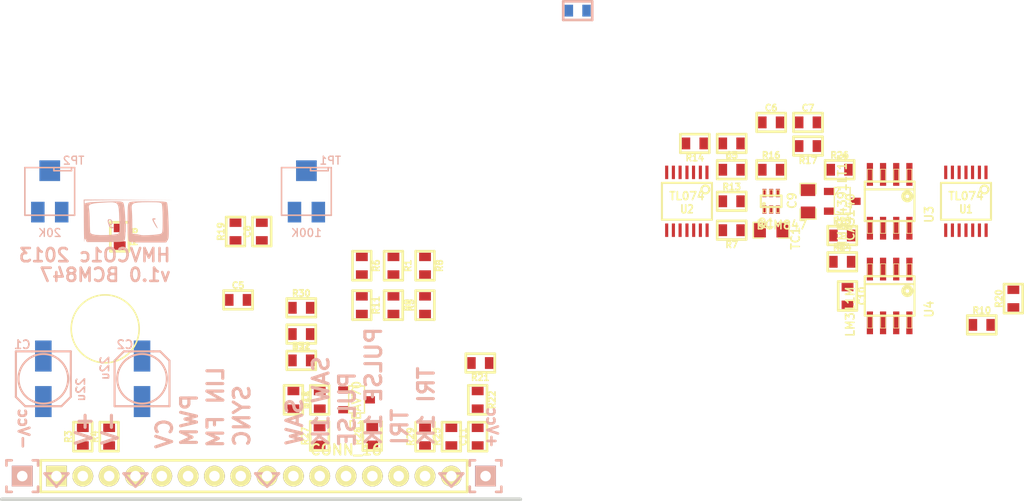
<source format=kicad_pcb>
(kicad_pcb (version 3) (host pcbnew "(2013-07-07 BZR 4022)-stable")

  (general
    (links 121)
    (no_connects 121)
    (area 42.809159 63.809879 93.190061 98.191321)
    (thickness 1.6002)
    (drawings 30)
    (tracks 0)
    (zones 0)
    (modules 57)
    (nets 40)
  )

  (page A4)
  (layers
    (15 Front signal)
    (0 Back signal)
    (16 B.Adhes user)
    (17 F.Adhes user)
    (18 B.Paste user)
    (19 F.Paste user)
    (20 B.SilkS user hide)
    (21 F.SilkS user)
    (22 B.Mask user)
    (23 F.Mask user)
    (24 Dwgs.User user)
    (25 Cmts.User user)
    (26 Eco1.User user)
    (27 Eco2.User user)
    (28 Edge.Cuts user)
  )

  (setup
    (last_trace_width 0.254)
    (trace_clearance 0.254)
    (zone_clearance 0.254)
    (zone_45_only no)
    (trace_min 0.2032)
    (segment_width 0.381)
    (edge_width 0.381)
    (via_size 1.016)
    (via_drill 0.6096)
    (via_min_size 0.889)
    (via_min_drill 0.508)
    (uvia_size 0.508)
    (uvia_drill 0.127)
    (uvias_allowed no)
    (uvia_min_size 0.508)
    (uvia_min_drill 0.127)
    (pcb_text_width 0.3048)
    (pcb_text_size 1.524 2.032)
    (mod_edge_width 0.381)
    (mod_text_size 1.524 1.524)
    (mod_text_width 0.3048)
    (pad_size 1.524 1.524)
    (pad_drill 0.8128)
    (pad_to_mask_clearance 0.0508)
    (aux_axis_origin 0 0)
    (visible_elements 7FFF3FBF)
    (pcbplotparams
      (layerselection 284196865)
      (usegerberextensions true)
      (excludeedgelayer true)
      (linewidth 0.150000)
      (plotframeref false)
      (viasonmask false)
      (mode 1)
      (useauxorigin false)
      (hpglpennumber 1)
      (hpglpenspeed 20)
      (hpglpendiameter 15)
      (hpglpenoverlay 0)
      (psnegative false)
      (psa4output false)
      (plotreference true)
      (plotvalue false)
      (plotothertext true)
      (plotinvisibletext false)
      (padsonsilk false)
      (subtractmaskfromsilk true)
      (outputformat 1)
      (mirror false)
      (drillshape 1)
      (scaleselection 1)
      (outputdirectory "BCM847 Gerbers/"))
  )

  (net 0 "")
  (net 1 +15V)
  (net 2 +15V_PWR)
  (net 3 -15V)
  (net 4 -15V_PWR)
  (net 5 /RAMP)
  (net 6 /SCALE)
  (net 7 /TRI_SHAPE)
  (net 8 GND_PWR)
  (net 9 LINEAR_FM)
  (net 10 N-0000011)
  (net 11 N-0000015)
  (net 12 N-0000016)
  (net 13 N-0000017)
  (net 14 N-0000023)
  (net 15 N-0000024)
  (net 16 N-0000028)
  (net 17 N-0000029)
  (net 18 N-000003)
  (net 19 N-0000030)
  (net 20 N-0000032)
  (net 21 N-0000034)
  (net 22 N-0000035)
  (net 23 N-0000036)
  (net 24 N-0000042)
  (net 25 N-0000043)
  (net 26 N-0000044)
  (net 27 N-000006)
  (net 28 N-000007)
  (net 29 N-000008)
  (net 30 PITCH_CV)
  (net 31 PULSE)
  (net 32 PULSE_1K)
  (net 33 PWM_CV)
  (net 34 PWM_SUM)
  (net 35 SAW)
  (net 36 SAW_1K)
  (net 37 SYNC)
  (net 38 TRI)
  (net 39 TRI_1K)

  (net_class Default "This is the default net class."
    (clearance 0.254)
    (trace_width 0.254)
    (via_dia 1.016)
    (via_drill 0.6096)
    (uvia_dia 0.508)
    (uvia_drill 0.127)
    (add_net "")
    (add_net N-0000011)
    (add_net N-0000015)
    (add_net N-0000016)
    (add_net N-0000017)
    (add_net N-0000023)
    (add_net N-0000024)
    (add_net N-0000028)
    (add_net N-0000029)
    (add_net N-000003)
    (add_net N-0000030)
    (add_net N-0000032)
    (add_net N-0000034)
    (add_net N-0000035)
    (add_net N-0000036)
    (add_net N-0000042)
    (add_net N-0000043)
    (add_net N-0000044)
    (add_net N-000006)
    (add_net N-000007)
    (add_net N-000008)
    (add_net PWM_SUM)
  )

  (net_class POWER ""
    (clearance 0.254)
    (trace_width 0.3556)
    (via_dia 1.016)
    (via_drill 0.6096)
    (uvia_dia 0.508)
    (uvia_drill 0.127)
    (add_net +15V)
    (add_net +15V_PWR)
    (add_net -15V)
    (add_net -15V_PWR)
    (add_net GND_PWR)
  )

  (net_class SIGNAL ""
    (clearance 0.254)
    (trace_width 0.3048)
    (via_dia 1.016)
    (via_drill 0.6096)
    (uvia_dia 0.508)
    (uvia_drill 0.127)
    (add_net /RAMP)
    (add_net /SCALE)
    (add_net /TRI_SHAPE)
    (add_net LINEAR_FM)
    (add_net PITCH_CV)
    (add_net PULSE)
    (add_net PULSE_1K)
    (add_net PWM_CV)
    (add_net SAW)
    (add_net SAW_1K)
    (add_net SYNC)
    (add_net TRI)
    (add_net TRI_1K)
  )

  (net_class SMALL ""
    (clearance 0.254)
    (trace_width 0.254)
    (via_dia 1.016)
    (via_drill 0.6096)
    (uvia_dia 0.508)
    (uvia_drill 0.127)
  )

  (module LOGO (layer Back) (tedit 0) (tstamp 512D7859)
    (at 55.118 71.247)
    (fp_text reference G*** (at 0 -2.96164) (layer B.SilkS) hide
      (effects (font (size 1.524 1.524) (thickness 0.3048)) (justify mirror))
    )
    (fp_text value LOGO (at 0 2.96164) (layer B.SilkS) hide
      (effects (font (size 1.524 1.524) (thickness 0.3048)) (justify mirror))
    )
    (fp_poly (pts (xy 4.27736 -2.159) (xy 0.0635 -2.13868) (xy -4.14782 -2.11582) (xy -4.14782 -1.93548)
      (xy -4.1275 -1.8161) (xy -4.04876 -1.8415) (xy -4.03098 -1.8542) (xy -3.89636 -1.89484)
      (xy -3.60172 -1.93294) (xy -3.15722 -1.96596) (xy -2.57302 -1.99136) (xy -2.23012 -2.00406)
      (xy -1.65608 -2.0193) (xy -1.22428 -2.02946) (xy -0.91694 -2.02946) (xy -0.70612 -2.01676)
      (xy -0.56896 -1.9939) (xy -0.4826 -1.95834) (xy -0.42418 -1.90754) (xy -0.41402 -1.89484)
      (xy -0.35814 -1.74752) (xy -0.30988 -1.46558) (xy -0.2667 -1.0795) (xy -0.23622 -0.62484)
      (xy -0.21082 -0.13208) (xy -0.20066 0.36322) (xy -0.19812 0.83058) (xy -0.21082 1.23698)
      (xy -0.23876 1.54432) (xy -0.2794 1.72466) (xy -0.28956 1.74244) (xy -0.34036 1.79832)
      (xy -0.41656 1.83896) (xy -0.53848 1.8669) (xy -0.73152 1.88722) (xy -0.7747 1.88722)
      (xy -0.7747 0.71882) (xy -0.7747 0.4445) (xy -0.78486 0.04826) (xy -0.79756 -0.32258)
      (xy -0.82042 -0.89154) (xy -0.8509 -1.31318) (xy -0.90932 -1.60782) (xy -1.016 -1.79578)
      (xy -1.19126 -1.89992) (xy -1.45542 -1.93802) (xy -1.8288 -1.93548) (xy -2.31902 -1.90754)
      (xy -2.8702 -1.87198) (xy -3.26898 -1.82118) (xy -3.53822 -1.75514) (xy -3.69062 -1.66116)
      (xy -3.74904 -1.53162) (xy -3.72872 -1.36398) (xy -3.72618 -1.35636) (xy -3.69824 -1.17856)
      (xy -3.67284 -0.87376) (xy -3.65506 -0.48768) (xy -3.6449 -0.07874) (xy -3.63982 0.32512)
      (xy -3.62712 0.66802) (xy -3.60934 0.91186) (xy -3.59156 1.02616) (xy -3.43408 1.13284)
      (xy -3.11912 1.20396) (xy -2.65684 1.23698) (xy -2.05994 1.23444) (xy -1.66116 1.21158)
      (xy -1.3081 1.17856) (xy -1.04648 1.13538) (xy -0.93218 1.10236) (xy -0.8636 1.05918)
      (xy -0.81534 0.99822) (xy -0.7874 0.89408) (xy -0.7747 0.71882) (xy -0.7747 1.88722)
      (xy -1.01854 1.89738) (xy -1.4224 1.90246) (xy -1.96342 1.905) (xy -2.16916 1.905)
      (xy -3.93192 1.905) (xy -4.03352 1.69926) (xy -4.09702 1.58496) (xy -4.13258 1.5875)
      (xy -4.15798 1.73228) (xy -4.17068 1.86944) (xy -4.1783 1.88976) (xy -4.18846 1.75768)
      (xy -4.19862 1.49098) (xy -4.20624 1.10744) (xy -4.21386 0.62484) (xy -4.21894 0.06096)
      (xy -4.21894 0.02286) (xy -4.23164 -2.19964) (xy 0.02286 -2.17932) (xy 4.27736 -2.159)
      (xy 4.27736 -2.159)) (layer B.SilkS) (width 0.00254))
    (fp_poly (pts (xy 3.97764 0.86868) (xy 3.9751 1.18618) (xy 3.9624 1.4097) (xy 3.937 1.5621)
      (xy 3.8989 1.66878) (xy 3.86334 1.72974) (xy 3.7211 1.94818) (xy 3.38836 1.94818)
      (xy 3.38836 -0.3048) (xy 3.38074 -0.78994) (xy 3.3655 -1.21158) (xy 3.34264 -1.53924)
      (xy 3.31216 -1.74244) (xy 3.29946 -1.78308) (xy 3.2512 -1.84912) (xy 3.17246 -1.8923)
      (xy 3.03022 -1.92278) (xy 2.80162 -1.93802) (xy 2.45618 -1.94564) (xy 2.02184 -1.94818)
      (xy 1.44272 -1.94056) (xy 1.01346 -1.91516) (xy 0.7112 -1.8669) (xy 0.5207 -1.78054)
      (xy 0.4191 -1.65354) (xy 0.38862 -1.4732) (xy 0.40132 -1.27762) (xy 0.42164 -1.03378)
      (xy 0.43942 -0.67056) (xy 0.45212 -0.24638) (xy 0.4572 0.10414) (xy 0.46482 1.09728)
      (xy 0.84582 1.14808) (xy 1.09474 1.18618) (xy 1.27508 1.22174) (xy 1.31318 1.23444)
      (xy 1.45796 1.25222) (xy 1.72466 1.25222) (xy 2.06248 1.23952) (xy 2.42824 1.21412)
      (xy 2.77368 1.1811) (xy 3.048 1.143) (xy 3.20802 1.1049) (xy 3.21564 1.10236)
      (xy 3.28168 1.05664) (xy 3.3274 0.98552) (xy 3.35788 0.85852) (xy 3.37566 0.65278)
      (xy 3.38328 0.34036) (xy 3.38582 -0.10668) (xy 3.38836 -0.3048) (xy 3.38836 1.94818)
      (xy 1.94818 1.94818) (xy 1.35636 1.94564) (xy 0.90932 1.9431) (xy 0.58928 1.93294)
      (xy 0.37084 1.9177) (xy 0.23114 1.8923) (xy 0.14986 1.85674) (xy 0.1016 1.80848)
      (xy 0.0889 1.78308) (xy 0.05842 1.64338) (xy 0.03302 1.35382) (xy 0.01524 0.9398)
      (xy 0.00254 0.4191) (xy 0 -0.07366) (xy 0.00254 -0.66548) (xy 0.00762 -1.10998)
      (xy 0.02286 -1.43256) (xy 0.04318 -1.65354) (xy 0.07366 -1.79324) (xy 0.11684 -1.87706)
      (xy 0.13462 -1.89738) (xy 0.2032 -1.94564) (xy 0.32004 -1.97866) (xy 0.508 -2.00406)
      (xy 0.78994 -2.0193) (xy 1.18618 -2.02692) (xy 1.71958 -2.032) (xy 1.98628 -2.032)
      (xy 2.60604 -2.02946) (xy 3.0734 -2.0193) (xy 3.40868 -2.00406) (xy 3.6322 -1.9812)
      (xy 3.75666 -1.94818) (xy 3.7973 -1.92024) (xy 3.83286 -1.79578) (xy 3.86842 -1.52146)
      (xy 3.90144 -1.12014) (xy 3.92938 -0.60706) (xy 3.9497 -0.14732) (xy 3.96748 0.43434)
      (xy 3.97764 0.86868) (xy 3.97764 0.86868)) (layer B.SilkS) (width 0.00254))
    (fp_poly (pts (xy -1.31318 0.508) (xy -1.44526 0.59436) (xy -1.6129 0.56388) (xy -1.7526 0.42926)
      (xy -1.778 0.37846) (xy -1.88976 0.04826) (xy -1.92278 -0.15748) (xy -1.8796 -0.27178)
      (xy -1.8288 -0.3048) (xy -1.65354 -0.29972) (xy -1.56464 -0.25146) (xy -1.46558 -0.10414)
      (xy -1.44018 0.07366) (xy -1.48844 0.21336) (xy -1.524 0.2286) (xy -1.524 0.0635)
      (xy -1.56972 -0.09652) (xy -1.60528 -0.16764) (xy -1.70688 -0.23622) (xy -1.79832 -0.18288)
      (xy -1.83134 -0.0508) (xy -1.81356 0.02794) (xy -1.71958 0.1397) (xy -1.6002 0.1651)
      (xy -1.52908 0.09398) (xy -1.524 0.0635) (xy -1.524 0.2286) (xy -1.57226 0.254)
      (xy -1.66878 0.3048) (xy -1.66878 0.36068) (xy -1.56718 0.43688) (xy -1.44526 0.4445)
      (xy -1.3208 0.45974) (xy -1.31318 0.508) (xy -1.31318 0.508)) (layer B.SilkS) (width 0.00254))
    (fp_poly (pts (xy 2.89814 0.59182) (xy 2.82702 0.52578) (xy 2.7051 0.35052) (xy 2.6035 0.1778)
      (xy 2.4511 -0.10414) (xy 2.3876 -0.27686) (xy 2.40538 -0.36322) (xy 2.50444 -0.39624)
      (xy 2.54 -0.39878) (xy 2.67716 -0.37592) (xy 2.71018 -0.33274) (xy 2.65938 -0.26416)
      (xy 2.64668 -0.26416) (xy 2.54508 -0.25908) (xy 2.52984 -0.18542) (xy 2.6035 -0.01778)
      (xy 2.71018 0.17018) (xy 2.8321 0.3937) (xy 2.89814 0.54864) (xy 2.89814 0.59182)
      (xy 2.89814 0.59182)) (layer B.SilkS) (width 0.00254))
  )

  (module SM42/43A (layer Back) (tedit 51290E73) (tstamp 5117F85D)
    (at 72.37476 68.25996 180)
    (path /5113EB64)
    (fp_text reference TP1 (at -2.30124 2.98196 180) (layer B.SilkS)
      (effects (font (size 0.762 0.762) (thickness 0.127)) (justify mirror))
    )
    (fp_text value 100K (at 0 -4.0005 180) (layer B.SilkS)
      (effects (font (size 0.762 0.762) (thickness 0.127)) (justify mirror))
    )
    (fp_line (start -2.10058 2.30124) (end -2.10058 1.99898) (layer B.SilkS) (width 0.14986))
    (fp_line (start -2.10058 1.99898) (end -0.39878 1.99898) (layer B.SilkS) (width 0.14986))
    (fp_line (start -0.39878 1.99898) (end -0.39878 2.30124) (layer B.SilkS) (width 0.14986))
    (fp_line (start -2.4003 2.30124) (end 2.4003 2.30124) (layer B.SilkS) (width 0.14986))
    (fp_line (start 2.4003 2.30124) (end 2.4003 -2.30124) (layer B.SilkS) (width 0.14986))
    (fp_line (start 2.4003 -2.30124) (end -2.4003 -2.30124) (layer B.SilkS) (width 0.14986))
    (fp_line (start -2.4003 -2.30124) (end -2.4003 2.30124) (layer B.SilkS) (width 0.14986))
    (pad 2 smd rect (at 0 1.99898 180) (size 1.99898 1.99898)
      (layers Back B.Paste B.Mask)
      (net 7 /TRI_SHAPE)
    )
    (pad 1 smd rect (at -1.15062 -1.99898 180) (size 1.30048 1.99898)
      (layers Back B.Paste B.Mask)
      (net 1 +15V)
    )
    (pad 3 smd rect (at 1.15062 -1.99898 180) (size 1.30048 1.99898)
      (layers Back B.Paste B.Mask)
      (net 8 GND_PWR)
    )
  )

  (module SM42/43A (layer Back) (tedit 51278DBD) (tstamp 5117F860)
    (at 47.60976 68.25996 180)
    (path /5113EBD7)
    (fp_text reference TP2 (at -2.30124 2.98196 180) (layer B.SilkS)
      (effects (font (size 0.762 0.762) (thickness 0.127)) (justify mirror))
    )
    (fp_text value 20K (at 0 -4.0005 180) (layer B.SilkS)
      (effects (font (size 0.762 0.762) (thickness 0.127)) (justify mirror))
    )
    (fp_line (start -2.10058 2.30124) (end -2.10058 1.99898) (layer B.SilkS) (width 0.14986))
    (fp_line (start -2.10058 1.99898) (end -0.39878 1.99898) (layer B.SilkS) (width 0.14986))
    (fp_line (start -0.39878 1.99898) (end -0.39878 2.30124) (layer B.SilkS) (width 0.14986))
    (fp_line (start -2.4003 2.30124) (end 2.4003 2.30124) (layer B.SilkS) (width 0.14986))
    (fp_line (start 2.4003 2.30124) (end 2.4003 -2.30124) (layer B.SilkS) (width 0.14986))
    (fp_line (start 2.4003 -2.30124) (end -2.4003 -2.30124) (layer B.SilkS) (width 0.14986))
    (fp_line (start -2.4003 -2.30124) (end -2.4003 2.30124) (layer B.SilkS) (width 0.14986))
    (pad 2 smd rect (at 0 1.99898 180) (size 1.99898 1.99898)
      (layers Back B.Paste B.Mask)
      (net 21 N-0000034)
    )
    (pad 1 smd rect (at -1.15062 -1.99898 180) (size 1.30048 1.99898)
      (layers Back B.Paste B.Mask)
      (net 14 N-0000023)
    )
    (pad 3 smd rect (at 1.15062 -1.99898 180) (size 1.30048 1.99898)
      (layers Back B.Paste B.Mask)
      (net 21 N-0000034)
    )
  )

  (module -SOT363_PHILIPS (layer Front) (tedit 512C288E) (tstamp 51171875)
    (at 117.221 69.215)
    (descr "SMALL OUTLINE TRANSISTOR; 6 LEADS")
    (tags "SMALL OUTLINE TRANSISTOR; 6 LEADS")
    (path /5113E67D)
    (attr smd)
    (fp_text reference Q1 (at -0.49276 2.09804) (layer F.SilkS)
      (effects (font (size 0.8128 0.8128) (thickness 0.1524)))
    )
    (fp_text value BCM847 (at 1.016 2.286) (layer F.SilkS)
      (effects (font (size 0.8128 0.8128) (thickness 0.1524)))
    )
    (fp_line (start -0.79756 1.09982) (end -0.49784 1.09982) (layer F.SilkS) (width 0.06604))
    (fp_line (start -0.49784 1.09982) (end -0.49784 0.59944) (layer F.SilkS) (width 0.06604))
    (fp_line (start -0.79756 0.59944) (end -0.49784 0.59944) (layer F.SilkS) (width 0.06604))
    (fp_line (start -0.79756 1.09982) (end -0.79756 0.59944) (layer F.SilkS) (width 0.06604))
    (fp_line (start -0.14986 1.09982) (end 0.14986 1.09982) (layer F.SilkS) (width 0.06604))
    (fp_line (start 0.14986 1.09982) (end 0.14986 0.59944) (layer F.SilkS) (width 0.06604))
    (fp_line (start -0.14986 0.59944) (end 0.14986 0.59944) (layer F.SilkS) (width 0.06604))
    (fp_line (start -0.14986 1.09982) (end -0.14986 0.59944) (layer F.SilkS) (width 0.06604))
    (fp_line (start 0.49784 1.09982) (end 0.79756 1.09982) (layer F.SilkS) (width 0.06604))
    (fp_line (start 0.79756 1.09982) (end 0.79756 0.59944) (layer F.SilkS) (width 0.06604))
    (fp_line (start 0.49784 0.59944) (end 0.79756 0.59944) (layer F.SilkS) (width 0.06604))
    (fp_line (start 0.49784 1.09982) (end 0.49784 0.59944) (layer F.SilkS) (width 0.06604))
    (fp_line (start 0.49784 -0.59944) (end 0.79756 -0.59944) (layer F.SilkS) (width 0.06604))
    (fp_line (start 0.79756 -0.59944) (end 0.79756 -1.09982) (layer F.SilkS) (width 0.06604))
    (fp_line (start 0.49784 -1.09982) (end 0.79756 -1.09982) (layer F.SilkS) (width 0.06604))
    (fp_line (start 0.49784 -0.59944) (end 0.49784 -1.09982) (layer F.SilkS) (width 0.06604))
    (fp_line (start -0.14986 -0.59944) (end 0.14986 -0.59944) (layer F.SilkS) (width 0.06604))
    (fp_line (start 0.14986 -0.59944) (end 0.14986 -1.09982) (layer F.SilkS) (width 0.06604))
    (fp_line (start -0.14986 -1.09982) (end 0.14986 -1.09982) (layer F.SilkS) (width 0.06604))
    (fp_line (start -0.14986 -0.59944) (end -0.14986 -1.09982) (layer F.SilkS) (width 0.06604))
    (fp_line (start -0.79756 -0.59944) (end -0.49784 -0.59944) (layer F.SilkS) (width 0.06604))
    (fp_line (start -0.49784 -0.59944) (end -0.49784 -1.09982) (layer F.SilkS) (width 0.06604))
    (fp_line (start -0.79756 -1.09982) (end -0.49784 -1.09982) (layer F.SilkS) (width 0.06604))
    (fp_line (start -0.79756 -0.59944) (end -0.79756 -1.09982) (layer F.SilkS) (width 0.06604))
    (fp_line (start -0.99822 -0.54864) (end 0.99822 -0.54864) (layer F.SilkS) (width 0.2032))
    (fp_line (start 0.99822 -0.54864) (end 0.99822 0.54864) (layer F.SilkS) (width 0.2032))
    (fp_line (start 0.99822 0.54864) (end -0.99822 0.54864) (layer F.SilkS) (width 0.2032))
    (fp_line (start -0.99822 0.54864) (end -0.99822 -0.54864) (layer F.SilkS) (width 0.2032))
    (fp_circle (center -0.6985 0.24892) (end -0.77216 0.32258) (layer F.SilkS) (width 0.1524))
    (pad 1 smd rect (at -0.6477 0.79756) (size 0.39878 0.79756)
      (layers Front F.Paste F.Mask)
      (net 27 N-000006)
    )
    (pad 2 smd rect (at 0 0.79756) (size 0.39878 0.79756)
      (layers Front F.Paste F.Mask)
      (net 15 N-0000024)
    )
    (pad 3 smd rect (at 0.6477 0.79756) (size 0.39878 0.79756)
      (layers Front F.Paste F.Mask)
      (net 20 N-0000032)
    )
    (pad 4 smd rect (at 0.6477 -0.79756) (size 0.39878 0.79756)
      (layers Front F.Paste F.Mask)
      (net 27 N-000006)
    )
    (pad 5 smd rect (at 0 -0.79756) (size 0.39878 0.79756)
      (layers Front F.Paste F.Mask)
      (net 8 GND_PWR)
    )
    (pad 6 smd rect (at -0.6477 -0.79756) (size 0.39878 0.79756)
      (layers Front F.Paste F.Mask)
      (net 28 N-000007)
    )
  )

  (module SM0805-HAND (layer Front) (tedit 512C2881) (tstamp 51171878)
    (at 117.221 72.009 180)
    (path /5113EC84)
    (attr smd)
    (fp_text reference TC1 (at -2.34696 -0.77724 270) (layer F.SilkS)
      (effects (font (size 0.8128 0.8128) (thickness 0.1524)))
    )
    (fp_text value "1K 3300ppm/K" (at 0 0 180) (layer F.SilkS) hide
      (effects (font (size 0.635 0.635) (thickness 0.127)))
    )
    (fp_line (start -0.7112 0.762) (end -1.7272 0.762) (layer F.SilkS) (width 0.127))
    (fp_line (start -1.7272 0.762) (end -1.7272 -0.762) (layer F.SilkS) (width 0.127))
    (fp_line (start -1.7272 -0.762) (end -0.7112 -0.762) (layer F.SilkS) (width 0.127))
    (fp_line (start 0.7112 -0.762) (end 1.7272 -0.762) (layer F.SilkS) (width 0.127))
    (fp_line (start 1.7272 -0.762) (end 1.7272 0.762) (layer F.SilkS) (width 0.127))
    (fp_line (start 1.7272 0.762) (end 0.7112 0.762) (layer F.SilkS) (width 0.127))
    (pad 1 smd rect (at -1.0795 0 180) (size 1.143 1.397)
      (layers Front F.Paste F.Mask)
      (net 8 GND_PWR)
    )
    (pad 2 smd rect (at 1.0795 0 180) (size 1.143 1.397)
      (layers Front F.Paste F.Mask)
      (net 15 N-0000024)
    )
    (model smd/chip_cms.wrl
      (at (xyz 0 0 0))
      (scale (xyz 0.1 0.1 0.1))
      (rotate (xyz 0 0 0))
    )
  )

  (module SM0805-HAND (layer Front) (tedit 512787EC) (tstamp 511CFA42)
    (at 120.777 69.215 90)
    (path /5113F26E)
    (attr smd)
    (fp_text reference C9 (at 0.06604 -1.53924 90) (layer F.SilkS)
      (effects (font (size 0.8128 0.8128) (thickness 0.1524)))
    )
    (fp_text value "2.2n 1%" (at 0 0 90) (layer F.SilkS) hide
      (effects (font (size 0.635 0.635) (thickness 0.127)))
    )
    (fp_line (start -0.7112 0.762) (end -1.7272 0.762) (layer F.SilkS) (width 0.127))
    (fp_line (start -1.7272 0.762) (end -1.7272 -0.762) (layer F.SilkS) (width 0.127))
    (fp_line (start -1.7272 -0.762) (end -0.7112 -0.762) (layer F.SilkS) (width 0.127))
    (fp_line (start 0.7112 -0.762) (end 1.7272 -0.762) (layer F.SilkS) (width 0.127))
    (fp_line (start 1.7272 -0.762) (end 1.7272 0.762) (layer F.SilkS) (width 0.127))
    (fp_line (start 1.7272 0.762) (end 0.7112 0.762) (layer F.SilkS) (width 0.127))
    (pad 1 smd rect (at -1.0795 0 90) (size 1.143 1.397)
      (layers Front F.Paste F.Mask)
      (net 20 N-0000032)
    )
    (pad 2 smd rect (at 1.0795 0 90) (size 1.143 1.397)
      (layers Front F.Paste F.Mask)
      (net 16 N-0000028)
    )
    (model smd/chip_cms.wrl
      (at (xyz 0 0 0))
      (scale (xyz 0.1 0.1 0.1))
      (rotate (xyz 0 0 0))
    )
  )

  (module SOT23 (layer Front) (tedit 512C27C8) (tstamp 5115C437)
    (at 124.079 69.215 270)
    (tags SOT23)
    (path /5113E160)
    (fp_text reference Q2 (at 2.21996 -0.11176 360) (layer F.SilkS)
      (effects (font (size 0.8128 0.8128) (thickness 0.1524)))
    )
    (fp_text value MMBF4391LT1G (at 0.0635 0 270) (layer F.SilkS)
      (effects (font (size 0.8128 0.8128) (thickness 0.1524)))
    )
    (fp_line (start -0.508 0.762) (end -1.27 0.254) (layer F.SilkS) (width 0.127))
    (fp_line (start 1.27 0.762) (end -1.3335 0.762) (layer F.SilkS) (width 0.127))
    (fp_line (start -1.3335 0.762) (end -1.3335 -0.762) (layer F.SilkS) (width 0.127))
    (fp_line (start -1.3335 -0.762) (end 1.27 -0.762) (layer F.SilkS) (width 0.127))
    (fp_line (start 1.27 -0.762) (end 1.27 0.762) (layer F.SilkS) (width 0.127))
    (pad 3 smd rect (at 0 -1.27 270) (size 0.70104 1.00076)
      (layers Front F.Paste F.Mask)
      (net 19 N-0000030)
    )
    (pad 2 smd rect (at 0.9525 1.27 270) (size 0.70104 1.00076)
      (layers Front F.Paste F.Mask)
      (net 20 N-0000032)
    )
    (pad 1 smd rect (at -0.9525 1.27 270) (size 0.70104 1.00076)
      (layers Front F.Paste F.Mask)
      (net 16 N-0000028)
    )
    (model smd/SOT23_6.wrl
      (at (xyz 0 0 0))
      (scale (xyz 0.11 0.11 0.11))
      (rotate (xyz 0 0 -180))
    )
  )

  (module SOT23 (layer Front) (tedit 512C27EB) (tstamp 5115C435)
    (at 77.216 88.392 270)
    (tags SOT23)
    (path /5114032F)
    (fp_text reference D1 (at 2.47396 0.01524 360) (layer F.SilkS)
      (effects (font (size 0.8128 0.8128) (thickness 0.1524)))
    )
    (fp_text value BAV70 (at 0.0635 0 270) (layer F.SilkS)
      (effects (font (size 0.8128 0.8128) (thickness 0.1524)))
    )
    (fp_line (start -0.508 0.762) (end -1.27 0.254) (layer F.SilkS) (width 0.127))
    (fp_line (start 1.27 0.762) (end -1.3335 0.762) (layer F.SilkS) (width 0.127))
    (fp_line (start -1.3335 0.762) (end -1.3335 -0.762) (layer F.SilkS) (width 0.127))
    (fp_line (start -1.3335 -0.762) (end 1.27 -0.762) (layer F.SilkS) (width 0.127))
    (fp_line (start 1.27 -0.762) (end 1.27 0.762) (layer F.SilkS) (width 0.127))
    (pad 3 smd rect (at 0 -1.27 270) (size 0.70104 1.00076)
      (layers Front F.Paste F.Mask)
      (net 22 N-0000035)
    )
    (pad 2 smd rect (at 0.9525 1.27 270) (size 0.70104 1.00076)
      (layers Front F.Paste F.Mask)
      (net 25 N-0000043)
    )
    (pad 1 smd rect (at -0.9525 1.27 270) (size 0.70104 1.00076)
      (layers Front F.Paste F.Mask)
      (net 35 SAW)
    )
    (model smd/SOT23_6.wrl
      (at (xyz 0 0 0))
      (scale (xyz 0.11 0.11 0.11))
      (rotate (xyz 0 0 -180))
    )
  )

  (module rcl-153CLV-0505 (layer Back) (tedit 5125160F) (tstamp 5115C493)
    (at 56.515 86.36 90)
    (descr "ALUMINUM ELECTROLYTIC CAPACITORS")
    (tags "ALUMINUM ELECTROLYTIC CAPACITORS")
    (path /51141D4D)
    (attr smd)
    (fp_text reference C2 (at 3.302 -1.651 180) (layer B.SilkS)
      (effects (font (size 0.8128 0.8128) (thickness 0.1524)) (justify mirror))
    )
    (fp_text value 22u (at 1.03378 -3.59918 90) (layer B.SilkS)
      (effects (font (size 0.8128 0.8128) (thickness 0.1524)) (justify mirror))
    )
    (fp_line (start 1.74752 -2.64922) (end -2.64922 -2.64922) (layer B.SilkS) (width 0.2032))
    (fp_line (start -2.64922 -2.64922) (end -2.64922 -1.09982) (layer B.SilkS) (width 0.2032))
    (fp_line (start -2.64922 -1.09982) (end -2.64922 1.09982) (layer B.SilkS) (width 0.2032))
    (fp_line (start -2.64922 1.09982) (end -2.64922 2.64922) (layer B.SilkS) (width 0.2032))
    (fp_line (start -2.64922 2.64922) (end 1.74752 2.64922) (layer B.SilkS) (width 0.2032))
    (fp_line (start 2.64922 1.74752) (end 2.64922 1.09982) (layer B.SilkS) (width 0.2032))
    (fp_line (start 2.64922 1.09982) (end 2.64922 -1.09982) (layer B.SilkS) (width 0.2032))
    (fp_line (start 2.64922 -1.09982) (end 2.64922 -1.74752) (layer B.SilkS) (width 0.2032))
    (fp_line (start 2.64922 -1.74752) (end 1.74752 -2.64922) (layer B.SilkS) (width 0.2032))
    (fp_line (start 1.74752 2.64922) (end 2.64922 1.74752) (layer B.SilkS) (width 0.2032))
    (fp_arc (start 0 0) (end 2.19964 -0.94996) (angle -133.2) (layer B.SilkS) (width 0.2032))
    (fp_arc (start 0 0) (end -2.19964 -0.94996) (angle -46.7) (layer B.SilkS) (width 0.2032))
    (fp_arc (start 0 0) (end -2.19964 0.94996) (angle -133.2) (layer B.SilkS) (width 0.2032))
    (fp_arc (start 0 0) (end 2.19964 0.94996) (angle -46.7) (layer B.SilkS) (width 0.2032))
    (pad 1 smd rect (at 2.19964 0 90) (size 2.99974 1.59766)
      (layers Back B.Paste B.Mask)
      (net 8 GND_PWR)
    )
    (pad 2 smd rect (at -2.19964 0 90) (size 2.99974 1.59766)
      (layers Back B.Paste B.Mask)
      (net 3 -15V)
    )
  )

  (module rcl-153CLV-0505 (layer Back) (tedit 5125160A) (tstamp 5115C491)
    (at 46.99 86.36 270)
    (descr "ALUMINUM ELECTROLYTIC CAPACITORS")
    (tags "ALUMINUM ELECTROLYTIC CAPACITORS")
    (path /51141D46)
    (attr smd)
    (fp_text reference C1 (at -3.302 2.032 360) (layer B.SilkS)
      (effects (font (size 0.8128 0.8128) (thickness 0.1524)) (justify mirror))
    )
    (fp_text value 22u (at 1.03378 -3.59918 270) (layer B.SilkS)
      (effects (font (size 0.8128 0.8128) (thickness 0.1524)) (justify mirror))
    )
    (fp_line (start 1.74752 -2.64922) (end -2.64922 -2.64922) (layer B.SilkS) (width 0.2032))
    (fp_line (start -2.64922 -2.64922) (end -2.64922 -1.09982) (layer B.SilkS) (width 0.2032))
    (fp_line (start -2.64922 -1.09982) (end -2.64922 1.09982) (layer B.SilkS) (width 0.2032))
    (fp_line (start -2.64922 1.09982) (end -2.64922 2.64922) (layer B.SilkS) (width 0.2032))
    (fp_line (start -2.64922 2.64922) (end 1.74752 2.64922) (layer B.SilkS) (width 0.2032))
    (fp_line (start 2.64922 1.74752) (end 2.64922 1.09982) (layer B.SilkS) (width 0.2032))
    (fp_line (start 2.64922 1.09982) (end 2.64922 -1.09982) (layer B.SilkS) (width 0.2032))
    (fp_line (start 2.64922 -1.09982) (end 2.64922 -1.74752) (layer B.SilkS) (width 0.2032))
    (fp_line (start 2.64922 -1.74752) (end 1.74752 -2.64922) (layer B.SilkS) (width 0.2032))
    (fp_line (start 1.74752 2.64922) (end 2.64922 1.74752) (layer B.SilkS) (width 0.2032))
    (fp_arc (start 0 0) (end 2.19964 -0.94996) (angle -133.2) (layer B.SilkS) (width 0.2032))
    (fp_arc (start 0 0) (end -2.19964 -0.94996) (angle -46.7) (layer B.SilkS) (width 0.2032))
    (fp_arc (start 0 0) (end -2.19964 0.94996) (angle -133.2) (layer B.SilkS) (width 0.2032))
    (fp_arc (start 0 0) (end 2.19964 0.94996) (angle -46.7) (layer B.SilkS) (width 0.2032))
    (pad 1 smd rect (at 2.19964 0 270) (size 2.99974 1.59766)
      (layers Back B.Paste B.Mask)
      (net 1 +15V)
    )
    (pad 2 smd rect (at -2.19964 0 270) (size 2.99974 1.59766)
      (layers Back B.Paste B.Mask)
      (net 8 GND_PWR)
    )
  )

  (module SIL-1 (layer Back) (tedit 512C278E) (tstamp 5123A0D9)
    (at 44.958 95.758)
    (descr "Connecteurs 1 pin")
    (tags "CONN DEV")
    (path /51239EE8)
    (fp_text reference JP3 (at 0 2.54) (layer B.SilkS) hide
      (effects (font (size 1.016 1.016) (thickness 0.1905)) (justify mirror))
    )
    (fp_text value CONN_1 (at 0 2.54) (layer B.SilkS) hide
      (effects (font (size 1.016 1.016) (thickness 0.1905)) (justify mirror))
    )
    (fp_line (start 1.016 1.524) (end 1.524 1.524) (layer B.SilkS) (width 0.254))
    (fp_line (start 1.524 1.524) (end 1.524 1.016) (layer B.SilkS) (width 0.254))
    (fp_line (start 1.016 -1.524) (end 1.524 -1.524) (layer B.SilkS) (width 0.254))
    (fp_line (start 1.524 -1.524) (end 1.524 -1.016) (layer B.SilkS) (width 0.254))
    (fp_line (start -1.524 -1.016) (end -1.524 -1.524) (layer B.SilkS) (width 0.254))
    (fp_line (start -1.524 -1.524) (end -1.016 -1.524) (layer B.SilkS) (width 0.254))
    (fp_line (start -1.016 1.524) (end -1.524 1.524) (layer B.SilkS) (width 0.254))
    (fp_line (start -1.524 1.524) (end -1.524 1.016) (layer B.SilkS) (width 0.254))
    (pad 1 thru_hole rect (at 0 0) (size 1.99898 1.99898) (drill 1.016)
      (layers *.Cu *.Mask B.SilkS)
      (net 3 -15V)
    )
  )

  (module SIL-1 (layer Back) (tedit 512C27A0) (tstamp 5123A0DB)
    (at 89.662 95.758)
    (descr "Connecteurs 1 pin")
    (tags "CONN DEV")
    (path /51239EDE)
    (fp_text reference JP2 (at 0 2.54) (layer B.SilkS) hide
      (effects (font (size 1.016 1.016) (thickness 0.1905)) (justify mirror))
    )
    (fp_text value CONN_1 (at 0 2.54) (layer B.SilkS) hide
      (effects (font (size 1.016 1.016) (thickness 0.1905)) (justify mirror))
    )
    (fp_line (start 1.016 1.524) (end 1.524 1.524) (layer B.SilkS) (width 0.254))
    (fp_line (start 1.524 1.524) (end 1.524 1.016) (layer B.SilkS) (width 0.254))
    (fp_line (start 1.016 -1.524) (end 1.524 -1.524) (layer B.SilkS) (width 0.254))
    (fp_line (start 1.524 -1.524) (end 1.524 -1.016) (layer B.SilkS) (width 0.254))
    (fp_line (start -1.524 -1.016) (end -1.524 -1.524) (layer B.SilkS) (width 0.254))
    (fp_line (start -1.524 -1.524) (end -1.016 -1.524) (layer B.SilkS) (width 0.254))
    (fp_line (start -1.016 1.524) (end -1.524 1.524) (layer B.SilkS) (width 0.254))
    (fp_line (start -1.524 1.524) (end -1.524 1.016) (layer B.SilkS) (width 0.254))
    (pad 1 thru_hole rect (at 0 0) (size 1.99898 1.99898) (drill 1.016)
      (layers *.Cu *.Mask B.SilkS)
      (net 1 +15V)
    )
  )

  (module SIL-16 (layer Front) (tedit 512C2782) (tstamp 5118264C)
    (at 67.31 95.758)
    (descr "Connecteur 18 pins")
    (tags "CONN DEV")
    (path /5117E0E3)
    (fp_text reference JP1 (at -19.16176 2.47904) (layer F.SilkS) hide
      (effects (font (size 1.016 1.016) (thickness 0.1905)))
    )
    (fp_text value CONN_16 (at 8.89 -2.54) (layer F.SilkS)
      (effects (font (size 1.016 1.016) (thickness 0.1905)))
    )
    (fp_line (start -20.574 -1.524) (end -20.574 1.524) (layer F.SilkS) (width 0.254))
    (fp_line (start -20.574 1.524) (end 20.574 1.524) (layer F.SilkS) (width 0.254))
    (fp_line (start 20.574 1.524) (end 20.574 -1.524) (layer F.SilkS) (width 0.254))
    (fp_line (start 20.574 -1.524) (end -20.574 -1.524) (layer F.SilkS) (width 0.254))
    (pad 1 thru_hole rect (at -19.05 0) (size 1.99898 1.99898) (drill 1.016)
      (layers *.Cu *.Mask F.SilkS)
      (net 8 GND_PWR)
    )
    (pad 2 thru_hole circle (at -16.51 0) (size 1.99898 1.99898) (drill 1.016)
      (layers *.Cu *.Mask F.SilkS)
      (net 2 +15V_PWR)
    )
    (pad 3 thru_hole circle (at -13.97 0) (size 1.99898 1.99898) (drill 1.016)
      (layers *.Cu *.Mask F.SilkS)
      (net 4 -15V_PWR)
    )
    (pad 4 thru_hole circle (at -11.43 0) (size 1.99898 1.99898) (drill 1.016)
      (layers *.Cu *.Mask F.SilkS)
      (net 8 GND_PWR)
    )
    (pad 5 thru_hole circle (at -8.89 0) (size 1.99898 1.99898) (drill 1.016)
      (layers *.Cu *.Mask F.SilkS)
      (net 30 PITCH_CV)
    )
    (pad 6 thru_hole circle (at -6.35 0) (size 1.99898 1.99898) (drill 1.016)
      (layers *.Cu *.Mask F.SilkS)
      (net 33 PWM_CV)
    )
    (pad 7 thru_hole circle (at -3.81 0) (size 1.99898 1.99898) (drill 1.016)
      (layers *.Cu *.Mask F.SilkS)
      (net 9 LINEAR_FM)
    )
    (pad 8 thru_hole circle (at -1.27 0) (size 1.99898 1.99898) (drill 1.016)
      (layers *.Cu *.Mask F.SilkS)
      (net 37 SYNC)
    )
    (pad 9 thru_hole circle (at 1.27 0) (size 1.99898 1.99898) (drill 1.016)
      (layers *.Cu *.Mask F.SilkS)
      (net 8 GND_PWR)
    )
    (pad 10 thru_hole circle (at 3.81 0) (size 1.99898 1.99898) (drill 1.016)
      (layers *.Cu *.Mask F.SilkS)
    )
    (pad 11 thru_hole circle (at 6.35 0) (size 1.99898 1.99898) (drill 1.016)
      (layers *.Cu *.Mask F.SilkS)
      (net 36 SAW_1K)
    )
    (pad 12 thru_hole circle (at 8.89 0) (size 1.99898 1.99898) (drill 1.016)
      (layers *.Cu *.Mask F.SilkS)
    )
    (pad 13 thru_hole circle (at 11.43 0) (size 1.99898 1.99898) (drill 1.016)
      (layers *.Cu *.Mask F.SilkS)
      (net 32 PULSE_1K)
    )
    (pad 14 thru_hole circle (at 13.97 0) (size 1.99898 1.99898) (drill 1.016)
      (layers *.Cu *.Mask F.SilkS)
    )
    (pad 15 thru_hole circle (at 16.51 0) (size 1.99898 1.99898) (drill 1.016)
      (layers *.Cu *.Mask F.SilkS)
      (net 39 TRI_1K)
    )
    (pad 16 thru_hole circle (at 19.05 0) (size 1.99898 1.99898) (drill 1.016)
      (layers *.Cu *.Mask F.SilkS)
      (net 8 GND_PWR)
    )
  )

  (module TSSOP14 (layer Front) (tedit 4E43F187) (tstamp 5115C495)
    (at 136.017 69.215 180)
    (path /5113DC31)
    (attr smd)
    (fp_text reference U1 (at 0 -0.762 180) (layer F.SilkS)
      (effects (font (size 0.762 0.635) (thickness 0.16002)))
    )
    (fp_text value TL074 (at 0 0.508 180) (layer F.SilkS)
      (effects (font (size 0.762 0.762) (thickness 0.16002)))
    )
    (fp_line (start -2.413 -1.778) (end 2.413 -1.778) (layer F.SilkS) (width 0.2032))
    (fp_line (start 2.413 -1.778) (end 2.413 1.778) (layer F.SilkS) (width 0.2032))
    (fp_line (start 2.413 1.778) (end -2.413 1.778) (layer F.SilkS) (width 0.2032))
    (fp_line (start -2.413 1.778) (end -2.413 -1.778) (layer F.SilkS) (width 0.2032))
    (fp_circle (center -1.778 1.143) (end -2.159 1.143) (layer F.SilkS) (width 0.2032))
    (pad 1 smd rect (at -1.9304 2.794 180) (size 0.29972 1.30048)
      (layers Front F.Paste F.Mask)
      (net 25 N-0000043)
    )
    (pad 2 smd rect (at -1.2954 2.794 180) (size 0.29972 1.30048)
      (layers Front F.Paste F.Mask)
      (net 8 GND_PWR)
    )
    (pad 3 smd rect (at -0.635 2.794 180) (size 0.29972 1.30048)
      (layers Front F.Paste F.Mask)
      (net 10 N-0000011)
    )
    (pad 4 smd rect (at 0 2.794 180) (size 0.29972 1.30048)
      (layers Front F.Paste F.Mask)
      (net 1 +15V)
    )
    (pad 5 smd rect (at 0.6604 2.794 180) (size 0.29972 1.30048)
      (layers Front F.Paste F.Mask)
      (net 11 N-0000015)
    )
    (pad 6 smd rect (at 1.3081 2.794 180) (size 0.29972 1.30048)
      (layers Front F.Paste F.Mask)
      (net 8 GND_PWR)
    )
    (pad 7 smd rect (at 1.9558 2.794 180) (size 0.29972 1.30048)
      (layers Front F.Paste F.Mask)
      (net 35 SAW)
    )
    (pad 8 smd rect (at 1.9558 -2.794 180) (size 0.29972 1.30048)
      (layers Front F.Paste F.Mask)
      (net 38 TRI)
    )
    (pad 9 smd rect (at 1.3081 -2.794 180) (size 0.29972 1.30048)
      (layers Front F.Paste F.Mask)
      (net 8 GND_PWR)
    )
    (pad 10 smd rect (at 0.6604 -2.794 180) (size 0.29972 1.30048)
      (layers Front F.Paste F.Mask)
      (net 24 N-0000042)
    )
    (pad 11 smd rect (at 0 -2.794 180) (size 0.29972 1.30048)
      (layers Front F.Paste F.Mask)
      (net 3 -15V)
    )
    (pad 12 smd rect (at -0.6477 -2.794 180) (size 0.29972 1.30048)
      (layers Front F.Paste F.Mask)
      (net 35 SAW)
    )
    (pad 13 smd rect (at -1.2954 -2.794 180) (size 0.29972 1.30048)
      (layers Front F.Paste F.Mask)
      (net 26 N-0000044)
    )
    (pad 14 smd rect (at -1.9431 -2.794 180) (size 0.29972 1.30048)
      (layers Front F.Paste F.Mask)
      (net 31 PULSE)
    )
    (model smd\smd_dil\tssop-14.wrl
      (at (xyz 0 0 0))
      (scale (xyz 1 1 1))
      (rotate (xyz 0 0 0))
    )
  )

  (module TSSOP14 (layer Front) (tedit 4E43F187) (tstamp 5115C959)
    (at 109.093 69.215 180)
    (path /52AB66BB)
    (attr smd)
    (fp_text reference U2 (at 0 -0.762 180) (layer F.SilkS)
      (effects (font (size 0.762 0.635) (thickness 0.16002)))
    )
    (fp_text value TL074 (at 0 0.508 180) (layer F.SilkS)
      (effects (font (size 0.762 0.762) (thickness 0.16002)))
    )
    (fp_line (start -2.413 -1.778) (end 2.413 -1.778) (layer F.SilkS) (width 0.2032))
    (fp_line (start 2.413 -1.778) (end 2.413 1.778) (layer F.SilkS) (width 0.2032))
    (fp_line (start 2.413 1.778) (end -2.413 1.778) (layer F.SilkS) (width 0.2032))
    (fp_line (start -2.413 1.778) (end -2.413 -1.778) (layer F.SilkS) (width 0.2032))
    (fp_circle (center -1.778 1.143) (end -2.159 1.143) (layer F.SilkS) (width 0.2032))
    (pad 1 smd rect (at -1.9304 2.794 180) (size 0.29972 1.30048)
      (layers Front F.Paste F.Mask)
      (net 6 /SCALE)
    )
    (pad 2 smd rect (at -1.2954 2.794 180) (size 0.29972 1.30048)
      (layers Front F.Paste F.Mask)
      (net 8 GND_PWR)
    )
    (pad 3 smd rect (at -0.635 2.794 180) (size 0.29972 1.30048)
      (layers Front F.Paste F.Mask)
      (net 21 N-0000034)
    )
    (pad 4 smd rect (at 0 2.794 180) (size 0.29972 1.30048)
      (layers Front F.Paste F.Mask)
      (net 1 +15V)
    )
    (pad 5 smd rect (at 0.6604 2.794 180) (size 0.29972 1.30048)
      (layers Front F.Paste F.Mask)
      (net 28 N-000007)
    )
    (pad 6 smd rect (at 1.3081 2.794 180) (size 0.29972 1.30048)
      (layers Front F.Paste F.Mask)
      (net 8 GND_PWR)
    )
    (pad 7 smd rect (at 1.9558 2.794 180) (size 0.29972 1.30048)
      (layers Front F.Paste F.Mask)
      (net 17 N-0000029)
    )
    (pad 8 smd rect (at 1.9558 -2.794 180) (size 0.29972 1.30048)
      (layers Front F.Paste F.Mask)
      (net 34 PWM_SUM)
    )
    (pad 9 smd rect (at 1.3081 -2.794 180) (size 0.29972 1.30048)
      (layers Front F.Paste F.Mask)
      (net 12 N-0000016)
    )
    (pad 10 smd rect (at 0.6604 -2.794 180) (size 0.29972 1.30048)
      (layers Front F.Paste F.Mask)
      (net 8 GND_PWR)
    )
    (pad 11 smd rect (at 0 -2.794 180) (size 0.29972 1.30048)
      (layers Front F.Paste F.Mask)
      (net 3 -15V)
    )
    (pad 12 smd rect (at -0.6477 -2.794 180) (size 0.29972 1.30048)
      (layers Front F.Paste F.Mask)
      (net 8 GND_PWR)
    )
    (pad 13 smd rect (at -1.2954 -2.794 180) (size 0.29972 1.30048)
      (layers Front F.Paste F.Mask)
      (net 33 PWM_CV)
    )
    (pad 14 smd rect (at -1.9431 -2.794 180) (size 0.29972 1.30048)
      (layers Front F.Paste F.Mask)
      (net 13 N-0000017)
    )
    (model smd\smd_dil\tssop-14.wrl
      (at (xyz 0 0 0))
      (scale (xyz 1 1 1))
      (rotate (xyz 0 0 0))
    )
  )

  (module SOIC-8-JRL (layer Front) (tedit 5287FFA2) (tstamp 5115C498)
    (at 128.651 78.359 180)
    (descr "SMALL OUTLINE INTEGRATED CIRCUIT")
    (tags "SMALL OUTLINE INTEGRATED CIRCUIT")
    (path /5113E081)
    (attr smd)
    (fp_text reference U4 (at -3.81 -1.27 270) (layer F.SilkS)
      (effects (font (size 0.8128 0.8128) (thickness 0.1524)))
    )
    (fp_text value LM311M (at 3.81 -1.524 270) (layer F.SilkS)
      (effects (font (size 0.8128 0.8128) (thickness 0.1524)))
    )
    (fp_circle (center -1.708 0.481) (end -1.581 0.608) (layer F.SilkS) (width 0.4064))
    (fp_line (start -2.14884 3.0988) (end -1.65862 3.0988) (layer F.SilkS) (width 0.06604))
    (fp_line (start -1.65862 3.0988) (end -1.65862 1.99898) (layer F.SilkS) (width 0.06604))
    (fp_line (start -2.14884 1.99898) (end -1.65862 1.99898) (layer F.SilkS) (width 0.06604))
    (fp_line (start -2.14884 3.0988) (end -2.14884 1.99898) (layer F.SilkS) (width 0.06604))
    (fp_line (start -0.87884 3.0988) (end -0.38862 3.0988) (layer F.SilkS) (width 0.06604))
    (fp_line (start -0.38862 3.0988) (end -0.38862 1.99898) (layer F.SilkS) (width 0.06604))
    (fp_line (start -0.87884 1.99898) (end -0.38862 1.99898) (layer F.SilkS) (width 0.06604))
    (fp_line (start -0.87884 3.0988) (end -0.87884 1.99898) (layer F.SilkS) (width 0.06604))
    (fp_line (start 0.38862 3.0988) (end 0.87884 3.0988) (layer F.SilkS) (width 0.06604))
    (fp_line (start 0.87884 3.0988) (end 0.87884 1.99898) (layer F.SilkS) (width 0.06604))
    (fp_line (start 0.38862 1.99898) (end 0.87884 1.99898) (layer F.SilkS) (width 0.06604))
    (fp_line (start 0.38862 3.0988) (end 0.38862 1.99898) (layer F.SilkS) (width 0.06604))
    (fp_line (start 1.65862 3.0988) (end 2.14884 3.0988) (layer F.SilkS) (width 0.06604))
    (fp_line (start 2.14884 3.0988) (end 2.14884 1.99898) (layer F.SilkS) (width 0.06604))
    (fp_line (start 1.65862 1.99898) (end 2.14884 1.99898) (layer F.SilkS) (width 0.06604))
    (fp_line (start 1.65862 3.0988) (end 1.65862 1.99898) (layer F.SilkS) (width 0.06604))
    (fp_line (start 1.65862 -1.99898) (end 2.14884 -1.99898) (layer F.SilkS) (width 0.06604))
    (fp_line (start 2.14884 -1.99898) (end 2.14884 -3.0988) (layer F.SilkS) (width 0.06604))
    (fp_line (start 1.65862 -3.0988) (end 2.14884 -3.0988) (layer F.SilkS) (width 0.06604))
    (fp_line (start 1.65862 -1.99898) (end 1.65862 -3.0988) (layer F.SilkS) (width 0.06604))
    (fp_line (start 0.38862 -1.99898) (end 0.87884 -1.99898) (layer F.SilkS) (width 0.06604))
    (fp_line (start 0.87884 -1.99898) (end 0.87884 -3.0988) (layer F.SilkS) (width 0.06604))
    (fp_line (start 0.38862 -3.0988) (end 0.87884 -3.0988) (layer F.SilkS) (width 0.06604))
    (fp_line (start 0.38862 -1.99898) (end 0.38862 -3.0988) (layer F.SilkS) (width 0.06604))
    (fp_line (start -0.87884 -1.99898) (end -0.38862 -1.99898) (layer F.SilkS) (width 0.06604))
    (fp_line (start -0.38862 -1.99898) (end -0.38862 -3.0988) (layer F.SilkS) (width 0.06604))
    (fp_line (start -0.87884 -3.0988) (end -0.38862 -3.0988) (layer F.SilkS) (width 0.06604))
    (fp_line (start -0.87884 -1.99898) (end -0.87884 -3.0988) (layer F.SilkS) (width 0.06604))
    (fp_line (start -2.14884 -1.99898) (end -1.65862 -1.99898) (layer F.SilkS) (width 0.06604))
    (fp_line (start -1.65862 -1.99898) (end -1.65862 -3.0988) (layer F.SilkS) (width 0.06604))
    (fp_line (start -2.14884 -3.0988) (end -1.65862 -3.0988) (layer F.SilkS) (width 0.06604))
    (fp_line (start -2.14884 -1.99898) (end -2.14884 -3.0988) (layer F.SilkS) (width 0.06604))
    (fp_line (start 2.39776 -1.89992) (end 2.39776 1.39954) (layer F.SilkS) (width 0.2032))
    (fp_line (start 2.39776 1.39954) (end 2.39776 1.89992) (layer F.SilkS) (width 0.2032))
    (fp_line (start 2.39776 1.89992) (end -2.39776 1.89992) (layer F.SilkS) (width 0.2032))
    (fp_line (start -2.39776 1.89992) (end -2.39776 1.39954) (layer F.SilkS) (width 0.2032))
    (fp_line (start -2.39776 1.39954) (end -2.39776 -1.89992) (layer F.SilkS) (width 0.2032))
    (fp_line (start -2.39776 -1.89992) (end 2.39776 -1.89992) (layer F.SilkS) (width 0.2032))
    (fp_line (start 2.39776 1.14554) (end -2.39776 1.14554) (layer F.SilkS) (width 0.2032))
    (pad 1 smd rect (at -1.905 2.59842 180) (size 0.59944 2.19964)
      (layers Front F.Paste F.Mask)
      (net 3 -15V)
    )
    (pad 2 smd rect (at -0.635 2.59842 180) (size 0.59944 2.19964)
      (layers Front F.Paste F.Mask)
      (net 23 N-0000036)
    )
    (pad 3 smd rect (at 0.635 2.59842 180) (size 0.59944 2.19964)
      (layers Front F.Paste F.Mask)
      (net 18 N-000003)
    )
    (pad 4 smd rect (at 1.905 2.59842 180) (size 0.59944 2.19964)
      (layers Front F.Paste F.Mask)
      (net 3 -15V)
    )
    (pad 5 smd rect (at 1.905 -2.59842 180) (size 0.59944 2.19964)
      (layers Front F.Paste F.Mask)
    )
    (pad 6 smd rect (at 0.635 -2.59842 180) (size 0.59944 2.19964)
      (layers Front F.Paste F.Mask)
    )
    (pad 7 smd rect (at -0.635 -2.59842 180) (size 0.59944 2.19964)
      (layers Front F.Paste F.Mask)
      (net 19 N-0000030)
    )
    (pad 8 smd rect (at -1.905 -2.59842 180) (size 0.59944 2.19964)
      (layers Front F.Paste F.Mask)
      (net 1 +15V)
    )
  )

  (module SOIC-8-JRL (layer Front) (tedit 5287FFA2) (tstamp 5115C95C)
    (at 128.651 69.215 180)
    (descr "SMALL OUTLINE INTEGRATED CIRCUIT")
    (tags "SMALL OUTLINE INTEGRATED CIRCUIT")
    (path /5113E19B)
    (attr smd)
    (fp_text reference U3 (at -3.81 -1.27 270) (layer F.SilkS)
      (effects (font (size 0.8128 0.8128) (thickness 0.1524)))
    )
    (fp_text value CA3140 (at 3.81 -1.524 270) (layer F.SilkS)
      (effects (font (size 0.8128 0.8128) (thickness 0.1524)))
    )
    (fp_circle (center -1.708 0.481) (end -1.581 0.608) (layer F.SilkS) (width 0.4064))
    (fp_line (start -2.14884 3.0988) (end -1.65862 3.0988) (layer F.SilkS) (width 0.06604))
    (fp_line (start -1.65862 3.0988) (end -1.65862 1.99898) (layer F.SilkS) (width 0.06604))
    (fp_line (start -2.14884 1.99898) (end -1.65862 1.99898) (layer F.SilkS) (width 0.06604))
    (fp_line (start -2.14884 3.0988) (end -2.14884 1.99898) (layer F.SilkS) (width 0.06604))
    (fp_line (start -0.87884 3.0988) (end -0.38862 3.0988) (layer F.SilkS) (width 0.06604))
    (fp_line (start -0.38862 3.0988) (end -0.38862 1.99898) (layer F.SilkS) (width 0.06604))
    (fp_line (start -0.87884 1.99898) (end -0.38862 1.99898) (layer F.SilkS) (width 0.06604))
    (fp_line (start -0.87884 3.0988) (end -0.87884 1.99898) (layer F.SilkS) (width 0.06604))
    (fp_line (start 0.38862 3.0988) (end 0.87884 3.0988) (layer F.SilkS) (width 0.06604))
    (fp_line (start 0.87884 3.0988) (end 0.87884 1.99898) (layer F.SilkS) (width 0.06604))
    (fp_line (start 0.38862 1.99898) (end 0.87884 1.99898) (layer F.SilkS) (width 0.06604))
    (fp_line (start 0.38862 3.0988) (end 0.38862 1.99898) (layer F.SilkS) (width 0.06604))
    (fp_line (start 1.65862 3.0988) (end 2.14884 3.0988) (layer F.SilkS) (width 0.06604))
    (fp_line (start 2.14884 3.0988) (end 2.14884 1.99898) (layer F.SilkS) (width 0.06604))
    (fp_line (start 1.65862 1.99898) (end 2.14884 1.99898) (layer F.SilkS) (width 0.06604))
    (fp_line (start 1.65862 3.0988) (end 1.65862 1.99898) (layer F.SilkS) (width 0.06604))
    (fp_line (start 1.65862 -1.99898) (end 2.14884 -1.99898) (layer F.SilkS) (width 0.06604))
    (fp_line (start 2.14884 -1.99898) (end 2.14884 -3.0988) (layer F.SilkS) (width 0.06604))
    (fp_line (start 1.65862 -3.0988) (end 2.14884 -3.0988) (layer F.SilkS) (width 0.06604))
    (fp_line (start 1.65862 -1.99898) (end 1.65862 -3.0988) (layer F.SilkS) (width 0.06604))
    (fp_line (start 0.38862 -1.99898) (end 0.87884 -1.99898) (layer F.SilkS) (width 0.06604))
    (fp_line (start 0.87884 -1.99898) (end 0.87884 -3.0988) (layer F.SilkS) (width 0.06604))
    (fp_line (start 0.38862 -3.0988) (end 0.87884 -3.0988) (layer F.SilkS) (width 0.06604))
    (fp_line (start 0.38862 -1.99898) (end 0.38862 -3.0988) (layer F.SilkS) (width 0.06604))
    (fp_line (start -0.87884 -1.99898) (end -0.38862 -1.99898) (layer F.SilkS) (width 0.06604))
    (fp_line (start -0.38862 -1.99898) (end -0.38862 -3.0988) (layer F.SilkS) (width 0.06604))
    (fp_line (start -0.87884 -3.0988) (end -0.38862 -3.0988) (layer F.SilkS) (width 0.06604))
    (fp_line (start -0.87884 -1.99898) (end -0.87884 -3.0988) (layer F.SilkS) (width 0.06604))
    (fp_line (start -2.14884 -1.99898) (end -1.65862 -1.99898) (layer F.SilkS) (width 0.06604))
    (fp_line (start -1.65862 -1.99898) (end -1.65862 -3.0988) (layer F.SilkS) (width 0.06604))
    (fp_line (start -2.14884 -3.0988) (end -1.65862 -3.0988) (layer F.SilkS) (width 0.06604))
    (fp_line (start -2.14884 -1.99898) (end -2.14884 -3.0988) (layer F.SilkS) (width 0.06604))
    (fp_line (start 2.39776 -1.89992) (end 2.39776 1.39954) (layer F.SilkS) (width 0.2032))
    (fp_line (start 2.39776 1.39954) (end 2.39776 1.89992) (layer F.SilkS) (width 0.2032))
    (fp_line (start 2.39776 1.89992) (end -2.39776 1.89992) (layer F.SilkS) (width 0.2032))
    (fp_line (start -2.39776 1.89992) (end -2.39776 1.39954) (layer F.SilkS) (width 0.2032))
    (fp_line (start -2.39776 1.39954) (end -2.39776 -1.89992) (layer F.SilkS) (width 0.2032))
    (fp_line (start -2.39776 -1.89992) (end 2.39776 -1.89992) (layer F.SilkS) (width 0.2032))
    (fp_line (start 2.39776 1.14554) (end -2.39776 1.14554) (layer F.SilkS) (width 0.2032))
    (pad 1 smd rect (at -1.905 2.59842 180) (size 0.59944 2.19964)
      (layers Front F.Paste F.Mask)
    )
    (pad 2 smd rect (at -0.635 2.59842 180) (size 0.59944 2.19964)
      (layers Front F.Paste F.Mask)
      (net 8 GND_PWR)
    )
    (pad 3 smd rect (at 0.635 2.59842 180) (size 0.59944 2.19964)
      (layers Front F.Paste F.Mask)
      (net 20 N-0000032)
    )
    (pad 4 smd rect (at 1.905 2.59842 180) (size 0.59944 2.19964)
      (layers Front F.Paste F.Mask)
      (net 3 -15V)
    )
    (pad 5 smd rect (at 1.905 -2.59842 180) (size 0.59944 2.19964)
      (layers Front F.Paste F.Mask)
    )
    (pad 6 smd rect (at 0.635 -2.59842 180) (size 0.59944 2.19964)
      (layers Front F.Paste F.Mask)
      (net 5 /RAMP)
    )
    (pad 7 smd rect (at -0.635 -2.59842 180) (size 0.59944 2.19964)
      (layers Front F.Paste F.Mask)
      (net 1 +15V)
    )
    (pad 8 smd rect (at -1.905 -2.59842 180) (size 0.59944 2.19964)
      (layers Front F.Paste F.Mask)
    )
  )

  (module SM0603-JRL (layer Front) (tedit 528C3246) (tstamp 5115C465)
    (at 83.82 91.948 90)
    (path /51157B10)
    (attr smd)
    (fp_text reference R29 (at 0 -1.4 90) (layer F.SilkS)
      (effects (font (size 0.6096 0.6096) (thickness 0.1524)))
    )
    (fp_text value 1K (at 0 0 90) (layer F.SilkS) hide
      (effects (font (size 0.508 0.4572) (thickness 0.1143)))
    )
    (fp_line (start -1.4 0.9) (end 1.4 0.9) (layer F.SilkS) (width 0.254))
    (fp_line (start 1.4 0.9) (end 1.4 -0.9) (layer F.SilkS) (width 0.254))
    (fp_line (start 1.4 -0.9) (end -1.4 -0.9) (layer F.SilkS) (width 0.254))
    (fp_line (start -1.4 -0.9) (end -1.4 0.9) (layer F.SilkS) (width 0.254))
    (pad 1 smd rect (at -0.8509 0 90) (size 0.8128 1.143)
      (layers Front F.Paste F.Mask)
      (net 39 TRI_1K)
    )
    (pad 2 smd rect (at 0.8509 0 90) (size 0.8128 1.143)
      (layers Front F.Paste F.Mask)
      (net 38 TRI)
    )
    (model smd\resistors\R0603.wrl
      (at (xyz 0 0 0.001))
      (scale (xyz 0.5 0.5 0.5))
      (rotate (xyz 0 0 0))
    )
  )

  (module SM0603-JRL (layer Front) (tedit 528C3246) (tstamp 5115C467)
    (at 78.72476 91.88196 90)
    (path /51157AF7)
    (attr smd)
    (fp_text reference R28 (at 0 -1.4 90) (layer F.SilkS)
      (effects (font (size 0.6096 0.6096) (thickness 0.1524)))
    )
    (fp_text value 1K (at 0 0 90) (layer F.SilkS) hide
      (effects (font (size 0.508 0.4572) (thickness 0.1143)))
    )
    (fp_line (start -1.4 0.9) (end 1.4 0.9) (layer F.SilkS) (width 0.254))
    (fp_line (start 1.4 0.9) (end 1.4 -0.9) (layer F.SilkS) (width 0.254))
    (fp_line (start 1.4 -0.9) (end -1.4 -0.9) (layer F.SilkS) (width 0.254))
    (fp_line (start -1.4 -0.9) (end -1.4 0.9) (layer F.SilkS) (width 0.254))
    (pad 1 smd rect (at -0.8509 0 90) (size 0.8128 1.143)
      (layers Front F.Paste F.Mask)
      (net 32 PULSE_1K)
    )
    (pad 2 smd rect (at 0.8509 0 90) (size 0.8128 1.143)
      (layers Front F.Paste F.Mask)
      (net 31 PULSE)
    )
    (model smd\resistors\R0603.wrl
      (at (xyz 0 0 0.001))
      (scale (xyz 0.5 0.5 0.5))
      (rotate (xyz 0 0 0))
    )
  )

  (module SM0603-JRL (layer Front) (tedit 528C3246) (tstamp 5115C469)
    (at 73.64476 91.88196 90)
    (path /51157AD6)
    (attr smd)
    (fp_text reference R27 (at 0 -1.4 90) (layer F.SilkS)
      (effects (font (size 0.6096 0.6096) (thickness 0.1524)))
    )
    (fp_text value 1K (at 0 0 90) (layer F.SilkS) hide
      (effects (font (size 0.508 0.4572) (thickness 0.1143)))
    )
    (fp_line (start -1.4 0.9) (end 1.4 0.9) (layer F.SilkS) (width 0.254))
    (fp_line (start 1.4 0.9) (end 1.4 -0.9) (layer F.SilkS) (width 0.254))
    (fp_line (start 1.4 -0.9) (end -1.4 -0.9) (layer F.SilkS) (width 0.254))
    (fp_line (start -1.4 -0.9) (end -1.4 0.9) (layer F.SilkS) (width 0.254))
    (pad 1 smd rect (at -0.8509 0 90) (size 0.8128 1.143)
      (layers Front F.Paste F.Mask)
      (net 36 SAW_1K)
    )
    (pad 2 smd rect (at 0.8509 0 90) (size 0.8128 1.143)
      (layers Front F.Paste F.Mask)
      (net 35 SAW)
    )
    (model smd\resistors\R0603.wrl
      (at (xyz 0 0 0.001))
      (scale (xyz 0.5 0.5 0.5))
      (rotate (xyz 0 0 0))
    )
  )

  (module SM0603-JRL (layer Front) (tedit 528C3246) (tstamp 5115C44F)
    (at 123.825 66.167)
    (path /5113F730)
    (attr smd)
    (fp_text reference R26 (at 0 -1.4) (layer F.SilkS)
      (effects (font (size 0.6096 0.6096) (thickness 0.1524)))
    )
    (fp_text value 3.3K (at 0 0) (layer F.SilkS) hide
      (effects (font (size 0.508 0.4572) (thickness 0.1143)))
    )
    (fp_line (start -1.4 0.9) (end 1.4 0.9) (layer F.SilkS) (width 0.254))
    (fp_line (start 1.4 0.9) (end 1.4 -0.9) (layer F.SilkS) (width 0.254))
    (fp_line (start 1.4 -0.9) (end -1.4 -0.9) (layer F.SilkS) (width 0.254))
    (fp_line (start -1.4 -0.9) (end -1.4 0.9) (layer F.SilkS) (width 0.254))
    (pad 1 smd rect (at -0.8509 0) (size 0.8128 1.143)
      (layers Front F.Paste F.Mask)
      (net 8 GND_PWR)
    )
    (pad 2 smd rect (at 0.8509 0) (size 0.8128 1.143)
      (layers Front F.Paste F.Mask)
      (net 19 N-0000030)
    )
    (model smd\resistors\R0603.wrl
      (at (xyz 0 0 0.001))
      (scale (xyz 0.5 0.5 0.5))
      (rotate (xyz 0 0 0))
    )
  )

  (module SM0603-JRL (layer Front) (tedit 528C3246) (tstamp 52AB97E9)
    (at 86.36 91.948 90)
    (path /51140397)
    (attr smd)
    (fp_text reference R25 (at 0 -1.4 90) (layer F.SilkS)
      (effects (font (size 0.6096 0.6096) (thickness 0.1524)))
    )
    (fp_text value 33K (at 0 0 90) (layer F.SilkS) hide
      (effects (font (size 0.508 0.4572) (thickness 0.1143)))
    )
    (fp_line (start -1.4 0.9) (end 1.4 0.9) (layer F.SilkS) (width 0.254))
    (fp_line (start 1.4 0.9) (end 1.4 -0.9) (layer F.SilkS) (width 0.254))
    (fp_line (start 1.4 -0.9) (end -1.4 -0.9) (layer F.SilkS) (width 0.254))
    (fp_line (start -1.4 -0.9) (end -1.4 0.9) (layer F.SilkS) (width 0.254))
    (pad 1 smd rect (at -0.8509 0 90) (size 0.8128 1.143)
      (layers Front F.Paste F.Mask)
      (net 24 N-0000042)
    )
    (pad 2 smd rect (at 0.8509 0 90) (size 0.8128 1.143)
      (layers Front F.Paste F.Mask)
      (net 38 TRI)
    )
    (model smd\resistors\R0603.wrl
      (at (xyz 0 0 0.001))
      (scale (xyz 0.5 0.5 0.5))
      (rotate (xyz 0 0 0))
    )
  )

  (module SM0603-JRL (layer Front) (tedit 528C3246) (tstamp 5115C43B)
    (at 124.079 75.057)
    (path /5113F5F6)
    (attr smd)
    (fp_text reference R24 (at 0 -1.4) (layer F.SilkS)
      (effects (font (size 0.6096 0.6096) (thickness 0.1524)))
    )
    (fp_text value 15K (at 0 0) (layer F.SilkS) hide
      (effects (font (size 0.508 0.4572) (thickness 0.1143)))
    )
    (fp_line (start -1.4 0.9) (end 1.4 0.9) (layer F.SilkS) (width 0.254))
    (fp_line (start 1.4 0.9) (end 1.4 -0.9) (layer F.SilkS) (width 0.254))
    (fp_line (start 1.4 -0.9) (end -1.4 -0.9) (layer F.SilkS) (width 0.254))
    (fp_line (start -1.4 -0.9) (end -1.4 0.9) (layer F.SilkS) (width 0.254))
    (pad 1 smd rect (at -0.8509 0) (size 0.8128 1.143)
      (layers Front F.Paste F.Mask)
      (net 23 N-0000036)
    )
    (pad 2 smd rect (at 0.8509 0) (size 0.8128 1.143)
      (layers Front F.Paste F.Mask)
      (net 5 /RAMP)
    )
    (model smd\resistors\R0603.wrl
      (at (xyz 0 0 0.001))
      (scale (xyz 0.5 0.5 0.5))
      (rotate (xyz 0 0 0))
    )
  )

  (module SM0603-JRL (layer Front) (tedit 528C3246) (tstamp 5115C455)
    (at 124.079 72.517)
    (path /5113F30F)
    (attr smd)
    (fp_text reference R23 (at 0 -1.4) (layer F.SilkS)
      (effects (font (size 0.6096 0.6096) (thickness 0.1524)))
    )
    (fp_text value 680 (at 0 0) (layer F.SilkS) hide
      (effects (font (size 0.508 0.4572) (thickness 0.1143)))
    )
    (fp_line (start -1.4 0.9) (end 1.4 0.9) (layer F.SilkS) (width 0.254))
    (fp_line (start 1.4 0.9) (end 1.4 -0.9) (layer F.SilkS) (width 0.254))
    (fp_line (start 1.4 -0.9) (end -1.4 -0.9) (layer F.SilkS) (width 0.254))
    (fp_line (start -1.4 -0.9) (end -1.4 0.9) (layer F.SilkS) (width 0.254))
    (pad 1 smd rect (at -0.8509 0) (size 0.8128 1.143)
      (layers Front F.Paste F.Mask)
      (net 16 N-0000028)
    )
    (pad 2 smd rect (at 0.8509 0) (size 0.8128 1.143)
      (layers Front F.Paste F.Mask)
      (net 5 /RAMP)
    )
    (model smd\resistors\R0603.wrl
      (at (xyz 0 0 0.001))
      (scale (xyz 0.5 0.5 0.5))
      (rotate (xyz 0 0 0))
    )
  )

  (module SM0603-JRL (layer Front) (tedit 528C3246) (tstamp 52ABACDC)
    (at 88.9 88.392 270)
    (path /5114035A)
    (attr smd)
    (fp_text reference R22 (at 0 -1.4 270) (layer F.SilkS)
      (effects (font (size 0.6096 0.6096) (thickness 0.1524)))
    )
    (fp_text value 56K (at 0 0 270) (layer F.SilkS) hide
      (effects (font (size 0.508 0.4572) (thickness 0.1143)))
    )
    (fp_line (start -1.4 0.9) (end 1.4 0.9) (layer F.SilkS) (width 0.254))
    (fp_line (start 1.4 0.9) (end 1.4 -0.9) (layer F.SilkS) (width 0.254))
    (fp_line (start 1.4 -0.9) (end -1.4 -0.9) (layer F.SilkS) (width 0.254))
    (fp_line (start -1.4 -0.9) (end -1.4 0.9) (layer F.SilkS) (width 0.254))
    (pad 1 smd rect (at -0.8509 0 270) (size 0.8128 1.143)
      (layers Front F.Paste F.Mask)
      (net 3 -15V)
    )
    (pad 2 smd rect (at 0.8509 0 270) (size 0.8128 1.143)
      (layers Front F.Paste F.Mask)
      (net 24 N-0000042)
    )
    (model smd\resistors\R0603.wrl
      (at (xyz 0 0 0.001))
      (scale (xyz 0.5 0.5 0.5))
      (rotate (xyz 0 0 0))
    )
  )

  (module SM0603-JRL (layer Front) (tedit 528C3246) (tstamp 5115C485)
    (at 89.154 84.836 180)
    (path /51140351)
    (attr smd)
    (fp_text reference R21 (at 0 -1.4 180) (layer F.SilkS)
      (effects (font (size 0.6096 0.6096) (thickness 0.1524)))
    )
    (fp_text value 15K (at 0 0 180) (layer F.SilkS) hide
      (effects (font (size 0.508 0.4572) (thickness 0.1143)))
    )
    (fp_line (start -1.4 0.9) (end 1.4 0.9) (layer F.SilkS) (width 0.254))
    (fp_line (start 1.4 0.9) (end 1.4 -0.9) (layer F.SilkS) (width 0.254))
    (fp_line (start 1.4 -0.9) (end -1.4 -0.9) (layer F.SilkS) (width 0.254))
    (fp_line (start -1.4 -0.9) (end -1.4 0.9) (layer F.SilkS) (width 0.254))
    (pad 1 smd rect (at -0.8509 0 180) (size 0.8128 1.143)
      (layers Front F.Paste F.Mask)
      (net 22 N-0000035)
    )
    (pad 2 smd rect (at 0.8509 0 180) (size 0.8128 1.143)
      (layers Front F.Paste F.Mask)
      (net 24 N-0000042)
    )
    (model smd\resistors\R0603.wrl
      (at (xyz 0 0 0.001))
      (scale (xyz 0.5 0.5 0.5))
      (rotate (xyz 0 0 0))
    )
  )

  (module SM0603-JRL (layer Front) (tedit 528C3246) (tstamp 5115C483)
    (at 140.589 78.613 90)
    (path /51140354)
    (attr smd)
    (fp_text reference R20 (at 0 -1.4 90) (layer F.SilkS)
      (effects (font (size 0.6096 0.6096) (thickness 0.1524)))
    )
    (fp_text value 15K (at 0 0 90) (layer F.SilkS) hide
      (effects (font (size 0.508 0.4572) (thickness 0.1143)))
    )
    (fp_line (start -1.4 0.9) (end 1.4 0.9) (layer F.SilkS) (width 0.254))
    (fp_line (start 1.4 0.9) (end 1.4 -0.9) (layer F.SilkS) (width 0.254))
    (fp_line (start 1.4 -0.9) (end -1.4 -0.9) (layer F.SilkS) (width 0.254))
    (fp_line (start -1.4 -0.9) (end -1.4 0.9) (layer F.SilkS) (width 0.254))
    (pad 1 smd rect (at -0.8509 0 90) (size 0.8128 1.143)
      (layers Front F.Paste F.Mask)
      (net 3 -15V)
    )
    (pad 2 smd rect (at 0.8509 0 90) (size 0.8128 1.143)
      (layers Front F.Paste F.Mask)
      (net 22 N-0000035)
    )
    (model smd\resistors\R0603.wrl
      (at (xyz 0 0 0.001))
      (scale (xyz 0.5 0.5 0.5))
      (rotate (xyz 0 0 0))
    )
  )

  (module SM0603-JRL (layer Front) (tedit 528C3246) (tstamp 5115C44B)
    (at 65.532 72.136 90)
    (path /5113F76D)
    (attr smd)
    (fp_text reference R19 (at 0 -1.4 90) (layer F.SilkS)
      (effects (font (size 0.6096 0.6096) (thickness 0.1524)))
    )
    (fp_text value 10K (at 0 0 90) (layer F.SilkS) hide
      (effects (font (size 0.508 0.4572) (thickness 0.1143)))
    )
    (fp_line (start -1.4 0.9) (end 1.4 0.9) (layer F.SilkS) (width 0.254))
    (fp_line (start 1.4 0.9) (end 1.4 -0.9) (layer F.SilkS) (width 0.254))
    (fp_line (start 1.4 -0.9) (end -1.4 -0.9) (layer F.SilkS) (width 0.254))
    (fp_line (start -1.4 -0.9) (end -1.4 0.9) (layer F.SilkS) (width 0.254))
    (pad 1 smd rect (at -0.8509 0 90) (size 0.8128 1.143)
      (layers Front F.Paste F.Mask)
      (net 8 GND_PWR)
    )
    (pad 2 smd rect (at 0.8509 0 90) (size 0.8128 1.143)
      (layers Front F.Paste F.Mask)
      (net 18 N-000003)
    )
    (model smd\resistors\R0603.wrl
      (at (xyz 0 0 0.001))
      (scale (xyz 0.5 0.5 0.5))
      (rotate (xyz 0 0 0))
    )
  )

  (module SM0603-JRL (layer Front) (tedit 528C3246) (tstamp 5115C44D)
    (at 54.356 72.644 270)
    (path /5113F767)
    (attr smd)
    (fp_text reference R18 (at 0 -1.4 270) (layer F.SilkS)
      (effects (font (size 0.6096 0.6096) (thickness 0.1524)))
    )
    (fp_text value 20K (at 0 0 270) (layer F.SilkS) hide
      (effects (font (size 0.508 0.4572) (thickness 0.1143)))
    )
    (fp_line (start -1.4 0.9) (end 1.4 0.9) (layer F.SilkS) (width 0.254))
    (fp_line (start 1.4 0.9) (end 1.4 -0.9) (layer F.SilkS) (width 0.254))
    (fp_line (start 1.4 -0.9) (end -1.4 -0.9) (layer F.SilkS) (width 0.254))
    (fp_line (start -1.4 -0.9) (end -1.4 0.9) (layer F.SilkS) (width 0.254))
    (pad 1 smd rect (at -0.8509 0 270) (size 0.8128 1.143)
      (layers Front F.Paste F.Mask)
      (net 18 N-000003)
    )
    (pad 2 smd rect (at 0.8509 0 270) (size 0.8128 1.143)
      (layers Front F.Paste F.Mask)
      (net 1 +15V)
    )
    (model smd\resistors\R0603.wrl
      (at (xyz 0 0 0.001))
      (scale (xyz 0.5 0.5 0.5))
      (rotate (xyz 0 0 0))
    )
  )

  (module SM0603-JRL (layer Front) (tedit 528C3246) (tstamp 52ABC255)
    (at 120.777 63.881 180)
    (path /5113EF8B)
    (attr smd)
    (fp_text reference R17 (at 0 -1.4 180) (layer F.SilkS)
      (effects (font (size 0.6096 0.6096) (thickness 0.1524)))
    )
    (fp_text value 10K (at 0 0 180) (layer F.SilkS) hide
      (effects (font (size 0.508 0.4572) (thickness 0.1143)))
    )
    (fp_line (start -1.4 0.9) (end 1.4 0.9) (layer F.SilkS) (width 0.254))
    (fp_line (start 1.4 0.9) (end 1.4 -0.9) (layer F.SilkS) (width 0.254))
    (fp_line (start 1.4 -0.9) (end -1.4 -0.9) (layer F.SilkS) (width 0.254))
    (fp_line (start -1.4 -0.9) (end -1.4 0.9) (layer F.SilkS) (width 0.254))
    (pad 1 smd rect (at -0.8509 0 180) (size 0.8128 1.143)
      (layers Front F.Paste F.Mask)
      (net 17 N-0000029)
    )
    (pad 2 smd rect (at 0.8509 0 180) (size 0.8128 1.143)
      (layers Front F.Paste F.Mask)
      (net 27 N-000006)
    )
    (model smd\resistors\R0603.wrl
      (at (xyz 0 0 0.001))
      (scale (xyz 0.5 0.5 0.5))
      (rotate (xyz 0 0 0))
    )
  )

  (module SM0603-JRL (layer Front) (tedit 528C3246) (tstamp 52ABC24A)
    (at 117.221 66.167)
    (path /5113EEC1)
    (attr smd)
    (fp_text reference R16 (at 0 -1.4) (layer F.SilkS)
      (effects (font (size 0.6096 0.6096) (thickness 0.1524)))
    )
    (fp_text value 1.5M (at 0 0) (layer F.SilkS) hide
      (effects (font (size 0.508 0.4572) (thickness 0.1143)))
    )
    (fp_line (start -1.4 0.9) (end 1.4 0.9) (layer F.SilkS) (width 0.254))
    (fp_line (start 1.4 0.9) (end 1.4 -0.9) (layer F.SilkS) (width 0.254))
    (fp_line (start 1.4 -0.9) (end -1.4 -0.9) (layer F.SilkS) (width 0.254))
    (fp_line (start -1.4 -0.9) (end -1.4 0.9) (layer F.SilkS) (width 0.254))
    (pad 1 smd rect (at -0.8509 0) (size 0.8128 1.143)
      (layers Front F.Paste F.Mask)
      (net 28 N-000007)
    )
    (pad 2 smd rect (at 0.8509 0) (size 0.8128 1.143)
      (layers Front F.Paste F.Mask)
      (net 1 +15V)
    )
    (model smd\resistors\R0603.wrl
      (at (xyz 0 0 0.001))
      (scale (xyz 0.5 0.5 0.5))
      (rotate (xyz 0 0 0))
    )
  )

  (module SM0603-JRL (layer Front) (tedit 528C3246) (tstamp 5115C451)
    (at 71.12 88.392 270)
    (path /511401BE)
    (attr smd)
    (fp_text reference R15 (at 0 -1.4 270) (layer F.SilkS)
      (effects (font (size 0.6096 0.6096) (thickness 0.1524)))
    )
    (fp_text value 56K (at 0 0 270) (layer F.SilkS) hide
      (effects (font (size 0.508 0.4572) (thickness 0.1143)))
    )
    (fp_line (start -1.4 0.9) (end 1.4 0.9) (layer F.SilkS) (width 0.254))
    (fp_line (start 1.4 0.9) (end 1.4 -0.9) (layer F.SilkS) (width 0.254))
    (fp_line (start 1.4 -0.9) (end -1.4 -0.9) (layer F.SilkS) (width 0.254))
    (fp_line (start -1.4 -0.9) (end -1.4 0.9) (layer F.SilkS) (width 0.254))
    (pad 1 smd rect (at -0.8509 0 270) (size 0.8128 1.143)
      (layers Front F.Paste F.Mask)
      (net 11 N-0000015)
    )
    (pad 2 smd rect (at 0.8509 0 270) (size 0.8128 1.143)
      (layers Front F.Paste F.Mask)
      (net 35 SAW)
    )
    (model smd\resistors\R0603.wrl
      (at (xyz 0 0 0.001))
      (scale (xyz 0.5 0.5 0.5))
      (rotate (xyz 0 0 0))
    )
  )

  (module SM0603-JRL (layer Front) (tedit 528C3246) (tstamp 5115C47B)
    (at 109.855 63.627 180)
    (path /51141C42)
    (attr smd)
    (fp_text reference R14 (at 0 -1.4 180) (layer F.SilkS)
      (effects (font (size 0.6096 0.6096) (thickness 0.1524)))
    )
    (fp_text value 1M (at 0 0 180) (layer F.SilkS) hide
      (effects (font (size 0.508 0.4572) (thickness 0.1143)))
    )
    (fp_line (start -1.4 0.9) (end 1.4 0.9) (layer F.SilkS) (width 0.254))
    (fp_line (start 1.4 0.9) (end 1.4 -0.9) (layer F.SilkS) (width 0.254))
    (fp_line (start 1.4 -0.9) (end -1.4 -0.9) (layer F.SilkS) (width 0.254))
    (fp_line (start -1.4 -0.9) (end -1.4 0.9) (layer F.SilkS) (width 0.254))
    (pad 1 smd rect (at -0.8509 0 180) (size 0.8128 1.143)
      (layers Front F.Paste F.Mask)
      (net 29 N-000008)
    )
    (pad 2 smd rect (at 0.8509 0 180) (size 0.8128 1.143)
      (layers Front F.Paste F.Mask)
      (net 28 N-000007)
    )
    (model smd\resistors\R0603.wrl
      (at (xyz 0 0 0.001))
      (scale (xyz 0.5 0.5 0.5))
      (rotate (xyz 0 0 0))
    )
  )

  (module SM0603-JRL (layer Front) (tedit 528C3246) (tstamp 512C28A7)
    (at 113.411 69.215)
    (path /5113EC77)
    (attr smd)
    (fp_text reference R13 (at 0 -1.4) (layer F.SilkS)
      (effects (font (size 0.6096 0.6096) (thickness 0.1524)))
    )
    (fp_text value 56K (at 0 0) (layer F.SilkS) hide
      (effects (font (size 0.508 0.4572) (thickness 0.1143)))
    )
    (fp_line (start -1.4 0.9) (end 1.4 0.9) (layer F.SilkS) (width 0.254))
    (fp_line (start 1.4 0.9) (end 1.4 -0.9) (layer F.SilkS) (width 0.254))
    (fp_line (start 1.4 -0.9) (end -1.4 -0.9) (layer F.SilkS) (width 0.254))
    (fp_line (start -1.4 -0.9) (end -1.4 0.9) (layer F.SilkS) (width 0.254))
    (pad 1 smd rect (at -0.8509 0) (size 0.8128 1.143)
      (layers Front F.Paste F.Mask)
      (net 6 /SCALE)
    )
    (pad 2 smd rect (at 0.8509 0) (size 0.8128 1.143)
      (layers Front F.Paste F.Mask)
      (net 15 N-0000024)
    )
    (model smd\resistors\R0603.wrl
      (at (xyz 0 0 0.001))
      (scale (xyz 0.5 0.5 0.5))
      (rotate (xyz 0 0 0))
    )
  )

  (module SM0603-JRL (layer Front) (tedit 528C3246) (tstamp 5115C487)
    (at 73.66 88.392 90)
    (path /51140175)
    (attr smd)
    (fp_text reference R12 (at 0 -1.4 90) (layer F.SilkS)
      (effects (font (size 0.6096 0.6096) (thickness 0.1524)))
    )
    (fp_text value 56K (at 0 0 90) (layer F.SilkS) hide
      (effects (font (size 0.508 0.4572) (thickness 0.1143)))
    )
    (fp_line (start -1.4 0.9) (end 1.4 0.9) (layer F.SilkS) (width 0.254))
    (fp_line (start 1.4 0.9) (end 1.4 -0.9) (layer F.SilkS) (width 0.254))
    (fp_line (start 1.4 -0.9) (end -1.4 -0.9) (layer F.SilkS) (width 0.254))
    (fp_line (start -1.4 -0.9) (end -1.4 0.9) (layer F.SilkS) (width 0.254))
    (pad 1 smd rect (at -0.8509 0 90) (size 0.8128 1.143)
      (layers Front F.Paste F.Mask)
      (net 25 N-0000043)
    )
    (pad 2 smd rect (at 0.8509 0 90) (size 0.8128 1.143)
      (layers Front F.Paste F.Mask)
      (net 11 N-0000015)
    )
    (model smd\resistors\R0603.wrl
      (at (xyz 0 0 0.001))
      (scale (xyz 0.5 0.5 0.5))
      (rotate (xyz 0 0 0))
    )
  )

  (module SM0603-JRL (layer Front) (tedit 528C3246) (tstamp 5115C477)
    (at 77.724 79.248 270)
    (path /511400C2)
    (attr smd)
    (fp_text reference R11 (at 0 -1.4 270) (layer F.SilkS)
      (effects (font (size 0.6096 0.6096) (thickness 0.1524)))
    )
    (fp_text value 39K (at 0 0 270) (layer F.SilkS) hide
      (effects (font (size 0.508 0.4572) (thickness 0.1143)))
    )
    (fp_line (start -1.4 0.9) (end 1.4 0.9) (layer F.SilkS) (width 0.254))
    (fp_line (start 1.4 0.9) (end 1.4 -0.9) (layer F.SilkS) (width 0.254))
    (fp_line (start 1.4 -0.9) (end -1.4 -0.9) (layer F.SilkS) (width 0.254))
    (fp_line (start -1.4 -0.9) (end -1.4 0.9) (layer F.SilkS) (width 0.254))
    (pad 1 smd rect (at -0.8509 0 270) (size 0.8128 1.143)
      (layers Front F.Paste F.Mask)
      (net 10 N-0000011)
    )
    (pad 2 smd rect (at 0.8509 0 270) (size 0.8128 1.143)
      (layers Front F.Paste F.Mask)
      (net 25 N-0000043)
    )
    (model smd\resistors\R0603.wrl
      (at (xyz 0 0 0.001))
      (scale (xyz 0.5 0.5 0.5))
      (rotate (xyz 0 0 0))
    )
  )

  (module SM0603-JRL (layer Front) (tedit 528C3246) (tstamp 5115C443)
    (at 137.541 81.153)
    (path /5113FD80)
    (attr smd)
    (fp_text reference R10 (at 0 -1.4) (layer F.SilkS)
      (effects (font (size 0.6096 0.6096) (thickness 0.1524)))
    )
    (fp_text value 56K (at 0 0) (layer F.SilkS) hide
      (effects (font (size 0.508 0.4572) (thickness 0.1143)))
    )
    (fp_line (start -1.4 0.9) (end 1.4 0.9) (layer F.SilkS) (width 0.254))
    (fp_line (start 1.4 0.9) (end 1.4 -0.9) (layer F.SilkS) (width 0.254))
    (fp_line (start 1.4 -0.9) (end -1.4 -0.9) (layer F.SilkS) (width 0.254))
    (fp_line (start -1.4 -0.9) (end -1.4 0.9) (layer F.SilkS) (width 0.254))
    (pad 1 smd rect (at -0.8509 0) (size 0.8128 1.143)
      (layers Front F.Paste F.Mask)
      (net 26 N-0000044)
    )
    (pad 2 smd rect (at 0.8509 0) (size 0.8128 1.143)
      (layers Front F.Paste F.Mask)
      (net 8 GND_PWR)
    )
    (model smd\resistors\R0603.wrl
      (at (xyz 0 0 0.001))
      (scale (xyz 0.5 0.5 0.5))
      (rotate (xyz 0 0 0))
    )
  )

  (module SM0603-JRL (layer Front) (tedit 528C3246) (tstamp 5115C445)
    (at 80.772 79.248 270)
    (path /5113FD74)
    (attr smd)
    (fp_text reference R9 (at 0 -1.4 270) (layer F.SilkS)
      (effects (font (size 0.6096 0.6096) (thickness 0.1524)))
    )
    (fp_text value 10K (at 0 0 270) (layer F.SilkS) hide
      (effects (font (size 0.508 0.4572) (thickness 0.1143)))
    )
    (fp_line (start -1.4 0.9) (end 1.4 0.9) (layer F.SilkS) (width 0.254))
    (fp_line (start 1.4 0.9) (end 1.4 -0.9) (layer F.SilkS) (width 0.254))
    (fp_line (start 1.4 -0.9) (end -1.4 -0.9) (layer F.SilkS) (width 0.254))
    (fp_line (start -1.4 -0.9) (end -1.4 0.9) (layer F.SilkS) (width 0.254))
    (pad 1 smd rect (at -0.8509 0 270) (size 0.8128 1.143)
      (layers Front F.Paste F.Mask)
      (net 26 N-0000044)
    )
    (pad 2 smd rect (at 0.8509 0 270) (size 0.8128 1.143)
      (layers Front F.Paste F.Mask)
      (net 34 PWM_SUM)
    )
    (model smd\resistors\R0603.wrl
      (at (xyz 0 0 0.001))
      (scale (xyz 0.5 0.5 0.5))
      (rotate (xyz 0 0 0))
    )
  )

  (module SM0603-JRL (layer Front) (tedit 528C3246) (tstamp 5117F981)
    (at 83.82 75.438 270)
    (path /5113FFCA)
    (attr smd)
    (fp_text reference R8 (at 0 -1.4 270) (layer F.SilkS)
      (effects (font (size 0.6096 0.6096) (thickness 0.1524)))
    )
    (fp_text value 56K (at 0 0 270) (layer F.SilkS) hide
      (effects (font (size 0.508 0.4572) (thickness 0.1143)))
    )
    (fp_line (start -1.4 0.9) (end 1.4 0.9) (layer F.SilkS) (width 0.254))
    (fp_line (start 1.4 0.9) (end 1.4 -0.9) (layer F.SilkS) (width 0.254))
    (fp_line (start 1.4 -0.9) (end -1.4 -0.9) (layer F.SilkS) (width 0.254))
    (fp_line (start -1.4 -0.9) (end -1.4 0.9) (layer F.SilkS) (width 0.254))
    (pad 1 smd rect (at -0.8509 0 270) (size 0.8128 1.143)
      (layers Front F.Paste F.Mask)
      (net 3 -15V)
    )
    (pad 2 smd rect (at 0.8509 0 270) (size 0.8128 1.143)
      (layers Front F.Paste F.Mask)
      (net 10 N-0000011)
    )
    (model smd\resistors\R0603.wrl
      (at (xyz 0 0 0.001))
      (scale (xyz 0.5 0.5 0.5))
      (rotate (xyz 0 0 0))
    )
  )

  (module SM0603-JRL (layer Front) (tedit 528C3246) (tstamp 512C28AA)
    (at 113.411 72.009 180)
    (path /5113EBF1)
    (attr smd)
    (fp_text reference R7 (at 0 -1.4 180) (layer F.SilkS)
      (effects (font (size 0.6096 0.6096) (thickness 0.1524)))
    )
    (fp_text value 91K (at 0 0 180) (layer F.SilkS) hide
      (effects (font (size 0.508 0.4572) (thickness 0.1143)))
    )
    (fp_line (start -1.4 0.9) (end 1.4 0.9) (layer F.SilkS) (width 0.254))
    (fp_line (start 1.4 0.9) (end 1.4 -0.9) (layer F.SilkS) (width 0.254))
    (fp_line (start 1.4 -0.9) (end -1.4 -0.9) (layer F.SilkS) (width 0.254))
    (fp_line (start -1.4 -0.9) (end -1.4 0.9) (layer F.SilkS) (width 0.254))
    (pad 1 smd rect (at -0.8509 0 180) (size 0.8128 1.143)
      (layers Front F.Paste F.Mask)
      (net 14 N-0000023)
    )
    (pad 2 smd rect (at 0.8509 0 180) (size 0.8128 1.143)
      (layers Front F.Paste F.Mask)
      (net 6 /SCALE)
    )
    (model smd\resistors\R0603.wrl
      (at (xyz 0 0 0.001))
      (scale (xyz 0.5 0.5 0.5))
      (rotate (xyz 0 0 0))
    )
  )

  (module SM0603-JRL (layer Front) (tedit 528C3246) (tstamp 5115C43D)
    (at 77.724 75.438 270)
    (path /51140027)
    (attr smd)
    (fp_text reference R6 (at 0 -1.4 270) (layer F.SilkS)
      (effects (font (size 0.6096 0.6096) (thickness 0.1524)))
    )
    (fp_text value 1M (at 0 0 270) (layer F.SilkS) hide
      (effects (font (size 0.508 0.4572) (thickness 0.1143)))
    )
    (fp_line (start -1.4 0.9) (end 1.4 0.9) (layer F.SilkS) (width 0.254))
    (fp_line (start 1.4 0.9) (end 1.4 -0.9) (layer F.SilkS) (width 0.254))
    (fp_line (start 1.4 -0.9) (end -1.4 -0.9) (layer F.SilkS) (width 0.254))
    (fp_line (start -1.4 -0.9) (end -1.4 0.9) (layer F.SilkS) (width 0.254))
    (pad 1 smd rect (at -0.8509 0 270) (size 0.8128 1.143)
      (layers Front F.Paste F.Mask)
      (net 7 /TRI_SHAPE)
    )
    (pad 2 smd rect (at 0.8509 0 270) (size 0.8128 1.143)
      (layers Front F.Paste F.Mask)
      (net 10 N-0000011)
    )
    (model smd\resistors\R0603.wrl
      (at (xyz 0 0 0.001))
      (scale (xyz 0.5 0.5 0.5))
      (rotate (xyz 0 0 0))
    )
  )

  (module SM0603-JRL (layer Front) (tedit 528C3246) (tstamp 5115C447)
    (at 83.82 79.248 90)
    (path /5113FD6F)
    (attr smd)
    (fp_text reference R5 (at 0 -1.4 90) (layer F.SilkS)
      (effects (font (size 0.6096 0.6096) (thickness 0.1524)))
    )
    (fp_text value 1M (at 0 0 90) (layer F.SilkS) hide
      (effects (font (size 0.508 0.4572) (thickness 0.1143)))
    )
    (fp_line (start -1.4 0.9) (end 1.4 0.9) (layer F.SilkS) (width 0.254))
    (fp_line (start 1.4 0.9) (end 1.4 -0.9) (layer F.SilkS) (width 0.254))
    (fp_line (start 1.4 -0.9) (end -1.4 -0.9) (layer F.SilkS) (width 0.254))
    (fp_line (start -1.4 -0.9) (end -1.4 0.9) (layer F.SilkS) (width 0.254))
    (pad 1 smd rect (at -0.8509 0 90) (size 0.8128 1.143)
      (layers Front F.Paste F.Mask)
      (net 31 PULSE)
    )
    (pad 2 smd rect (at 0.8509 0 90) (size 0.8128 1.143)
      (layers Front F.Paste F.Mask)
      (net 26 N-0000044)
    )
    (model smd\resistors\R0603.wrl
      (at (xyz 0 0 0.001))
      (scale (xyz 0.5 0.5 0.5))
      (rotate (xyz 0 0 0))
    )
  )

  (module SM0603-JRL (layer Front) (tedit 528C3246) (tstamp 5115C475)
    (at 53.34 91.948 90)
    (path /51141CE5)
    (attr smd)
    (fp_text reference R4 (at 0 -1.4 90) (layer F.SilkS)
      (effects (font (size 0.6096 0.6096) (thickness 0.1524)))
    )
    (fp_text value 10 (at 0 0 90) (layer F.SilkS) hide
      (effects (font (size 0.508 0.4572) (thickness 0.1143)))
    )
    (fp_line (start -1.4 0.9) (end 1.4 0.9) (layer F.SilkS) (width 0.254))
    (fp_line (start 1.4 0.9) (end 1.4 -0.9) (layer F.SilkS) (width 0.254))
    (fp_line (start 1.4 -0.9) (end -1.4 -0.9) (layer F.SilkS) (width 0.254))
    (fp_line (start -1.4 -0.9) (end -1.4 0.9) (layer F.SilkS) (width 0.254))
    (pad 1 smd rect (at -0.8509 0 90) (size 0.8128 1.143)
      (layers Front F.Paste F.Mask)
      (net 4 -15V_PWR)
    )
    (pad 2 smd rect (at 0.8509 0 90) (size 0.8128 1.143)
      (layers Front F.Paste F.Mask)
      (net 3 -15V)
    )
    (model smd\resistors\R0603.wrl
      (at (xyz 0 0 0.001))
      (scale (xyz 0.5 0.5 0.5))
      (rotate (xyz 0 0 0))
    )
  )

  (module SM0603-JRL (layer Front) (tedit 528C3246) (tstamp 51182A88)
    (at 50.8 91.948 90)
    (path /51141CE1)
    (attr smd)
    (fp_text reference R3 (at 0 -1.4 90) (layer F.SilkS)
      (effects (font (size 0.6096 0.6096) (thickness 0.1524)))
    )
    (fp_text value 10 (at 0 0 90) (layer F.SilkS) hide
      (effects (font (size 0.508 0.4572) (thickness 0.1143)))
    )
    (fp_line (start -1.4 0.9) (end 1.4 0.9) (layer F.SilkS) (width 0.254))
    (fp_line (start 1.4 0.9) (end 1.4 -0.9) (layer F.SilkS) (width 0.254))
    (fp_line (start 1.4 -0.9) (end -1.4 -0.9) (layer F.SilkS) (width 0.254))
    (fp_line (start -1.4 -0.9) (end -1.4 0.9) (layer F.SilkS) (width 0.254))
    (pad 1 smd rect (at -0.8509 0 90) (size 0.8128 1.143)
      (layers Front F.Paste F.Mask)
      (net 2 +15V_PWR)
    )
    (pad 2 smd rect (at 0.8509 0 90) (size 0.8128 1.143)
      (layers Front F.Paste F.Mask)
      (net 1 +15V)
    )
    (model smd\resistors\R0603.wrl
      (at (xyz 0 0 0.001))
      (scale (xyz 0.5 0.5 0.5))
      (rotate (xyz 0 0 0))
    )
  )

  (module SM0603-JRL (layer Front) (tedit 528C3246) (tstamp 5115C46B)
    (at 113.411 63.627 180)
    (path /5113EAF7)
    (attr smd)
    (fp_text reference R2 (at 0 -1.4 180) (layer F.SilkS)
      (effects (font (size 0.6096 0.6096) (thickness 0.1524)))
    )
    (fp_text value 100K (at 0 0 180) (layer F.SilkS) hide
      (effects (font (size 0.508 0.4572) (thickness 0.1143)))
    )
    (fp_line (start -1.4 0.9) (end 1.4 0.9) (layer F.SilkS) (width 0.254))
    (fp_line (start 1.4 0.9) (end 1.4 -0.9) (layer F.SilkS) (width 0.254))
    (fp_line (start 1.4 -0.9) (end -1.4 -0.9) (layer F.SilkS) (width 0.254))
    (fp_line (start -1.4 -0.9) (end -1.4 0.9) (layer F.SilkS) (width 0.254))
    (pad 1 smd rect (at -0.8509 0 180) (size 0.8128 1.143)
      (layers Front F.Paste F.Mask)
      (net 30 PITCH_CV)
    )
    (pad 2 smd rect (at 0.8509 0 180) (size 0.8128 1.143)
      (layers Front F.Paste F.Mask)
      (net 21 N-0000034)
    )
    (model smd\resistors\R0603.wrl
      (at (xyz 0 0 0.001))
      (scale (xyz 0.5 0.5 0.5))
      (rotate (xyz 0 0 0))
    )
  )

  (module SM0603-JRL (layer Front) (tedit 528C3246) (tstamp 5115C441)
    (at 80.772 75.438 270)
    (path /5113FEFB)
    (attr smd)
    (fp_text reference R1 (at 0 -1.4 270) (layer F.SilkS)
      (effects (font (size 0.6096 0.6096) (thickness 0.1524)))
    )
    (fp_text value 10K (at 0 0 270) (layer F.SilkS) hide
      (effects (font (size 0.508 0.4572) (thickness 0.1143)))
    )
    (fp_line (start -1.4 0.9) (end 1.4 0.9) (layer F.SilkS) (width 0.254))
    (fp_line (start 1.4 0.9) (end 1.4 -0.9) (layer F.SilkS) (width 0.254))
    (fp_line (start 1.4 -0.9) (end -1.4 -0.9) (layer F.SilkS) (width 0.254))
    (fp_line (start -1.4 -0.9) (end -1.4 0.9) (layer F.SilkS) (width 0.254))
    (pad 1 smd rect (at -0.8509 0 270) (size 0.8128 1.143)
      (layers Front F.Paste F.Mask)
      (net 5 /RAMP)
    )
    (pad 2 smd rect (at 0.8509 0 270) (size 0.8128 1.143)
      (layers Front F.Paste F.Mask)
      (net 10 N-0000011)
    )
    (model smd\resistors\R0603.wrl
      (at (xyz 0 0 0.001))
      (scale (xyz 0.5 0.5 0.5))
      (rotate (xyz 0 0 0))
    )
  )

  (module SM0603-JRL (layer Front) (tedit 528C3246) (tstamp 5115C47D)
    (at 88.9 91.948 90)
    (path /5114039E)
    (attr smd)
    (fp_text reference C11 (at 0 -1.4 90) (layer F.SilkS)
      (effects (font (size 0.6096 0.6096) (thickness 0.1524)))
    )
    (fp_text value 100p (at 0 0 90) (layer F.SilkS) hide
      (effects (font (size 0.508 0.4572) (thickness 0.1143)))
    )
    (fp_line (start -1.4 0.9) (end 1.4 0.9) (layer F.SilkS) (width 0.254))
    (fp_line (start 1.4 0.9) (end 1.4 -0.9) (layer F.SilkS) (width 0.254))
    (fp_line (start 1.4 -0.9) (end -1.4 -0.9) (layer F.SilkS) (width 0.254))
    (fp_line (start -1.4 -0.9) (end -1.4 0.9) (layer F.SilkS) (width 0.254))
    (pad 1 smd rect (at -0.8509 0 90) (size 0.8128 1.143)
      (layers Front F.Paste F.Mask)
      (net 24 N-0000042)
    )
    (pad 2 smd rect (at 0.8509 0 90) (size 0.8128 1.143)
      (layers Front F.Paste F.Mask)
      (net 38 TRI)
    )
    (model smd\resistors\R0603.wrl
      (at (xyz 0 0 0.001))
      (scale (xyz 0.5 0.5 0.5))
      (rotate (xyz 0 0 0))
    )
  )

  (module SM0603-JRL (layer Front) (tedit 528C3246) (tstamp 5115C453)
    (at 124.587 78.359 270)
    (path /5113F545)
    (attr smd)
    (fp_text reference C10 (at 0 -1.4 270) (layer F.SilkS)
      (effects (font (size 0.6096 0.6096) (thickness 0.1524)))
    )
    (fp_text value 18p (at 0 0 270) (layer F.SilkS) hide
      (effects (font (size 0.508 0.4572) (thickness 0.1143)))
    )
    (fp_line (start -1.4 0.9) (end 1.4 0.9) (layer F.SilkS) (width 0.254))
    (fp_line (start 1.4 0.9) (end 1.4 -0.9) (layer F.SilkS) (width 0.254))
    (fp_line (start 1.4 -0.9) (end -1.4 -0.9) (layer F.SilkS) (width 0.254))
    (fp_line (start -1.4 -0.9) (end -1.4 0.9) (layer F.SilkS) (width 0.254))
    (pad 1 smd rect (at -0.8509 0 270) (size 0.8128 1.143)
      (layers Front F.Paste F.Mask)
      (net 23 N-0000036)
    )
    (pad 2 smd rect (at 0.8509 0 270) (size 0.8128 1.143)
      (layers Front F.Paste F.Mask)
      (net 19 N-0000030)
    )
    (model smd\resistors\R0603.wrl
      (at (xyz 0 0 0.001))
      (scale (xyz 0.5 0.5 0.5))
      (rotate (xyz 0 0 0))
    )
  )

  (module SM0603-JRL (layer Front) (tedit 528C3246) (tstamp 51278751)
    (at 68.072 72.136 90)
    (path /5113F7BE)
    (attr smd)
    (fp_text reference C8 (at 0 -1.4 90) (layer F.SilkS)
      (effects (font (size 0.6096 0.6096) (thickness 0.1524)))
    )
    (fp_text value 100p (at 0 0 90) (layer F.SilkS) hide
      (effects (font (size 0.508 0.4572) (thickness 0.1143)))
    )
    (fp_line (start -1.4 0.9) (end 1.4 0.9) (layer F.SilkS) (width 0.254))
    (fp_line (start 1.4 0.9) (end 1.4 -0.9) (layer F.SilkS) (width 0.254))
    (fp_line (start 1.4 -0.9) (end -1.4 -0.9) (layer F.SilkS) (width 0.254))
    (fp_line (start -1.4 -0.9) (end -1.4 0.9) (layer F.SilkS) (width 0.254))
    (pad 1 smd rect (at -0.8509 0 90) (size 0.8128 1.143)
      (layers Front F.Paste F.Mask)
      (net 37 SYNC)
    )
    (pad 2 smd rect (at 0.8509 0 90) (size 0.8128 1.143)
      (layers Front F.Paste F.Mask)
      (net 18 N-000003)
    )
    (model smd\resistors\R0603.wrl
      (at (xyz 0 0 0.001))
      (scale (xyz 0.5 0.5 0.5))
      (rotate (xyz 0 0 0))
    )
  )

  (module SM0603-JRL (layer Front) (tedit 528C3246) (tstamp 5115C956)
    (at 120.777 61.595)
    (path /5113EFA7)
    (attr smd)
    (fp_text reference C7 (at 0 -1.4) (layer F.SilkS)
      (effects (font (size 0.6096 0.6096) (thickness 0.1524)))
    )
    (fp_text value 100p (at 0 0) (layer F.SilkS) hide
      (effects (font (size 0.508 0.4572) (thickness 0.1143)))
    )
    (fp_line (start -1.4 0.9) (end 1.4 0.9) (layer F.SilkS) (width 0.254))
    (fp_line (start 1.4 0.9) (end 1.4 -0.9) (layer F.SilkS) (width 0.254))
    (fp_line (start 1.4 -0.9) (end -1.4 -0.9) (layer F.SilkS) (width 0.254))
    (fp_line (start -1.4 -0.9) (end -1.4 0.9) (layer F.SilkS) (width 0.254))
    (pad 1 smd rect (at -0.8509 0) (size 0.8128 1.143)
      (layers Front F.Paste F.Mask)
      (net 28 N-000007)
    )
    (pad 2 smd rect (at 0.8509 0) (size 0.8128 1.143)
      (layers Front F.Paste F.Mask)
      (net 17 N-0000029)
    )
    (model smd\resistors\R0603.wrl
      (at (xyz 0 0 0.001))
      (scale (xyz 0.5 0.5 0.5))
      (rotate (xyz 0 0 0))
    )
  )

  (module SM0603-JRL (layer Front) (tedit 528C3246) (tstamp 51182CB1)
    (at 117.221 61.595)
    (path /51141C5F)
    (attr smd)
    (fp_text reference C6 (at 0 -1.4) (layer F.SilkS)
      (effects (font (size 0.6096 0.6096) (thickness 0.1524)))
    )
    (fp_text value 2.2n (at 0 0) (layer F.SilkS) hide
      (effects (font (size 0.508 0.4572) (thickness 0.1143)))
    )
    (fp_line (start -1.4 0.9) (end 1.4 0.9) (layer F.SilkS) (width 0.254))
    (fp_line (start 1.4 0.9) (end 1.4 -0.9) (layer F.SilkS) (width 0.254))
    (fp_line (start 1.4 -0.9) (end -1.4 -0.9) (layer F.SilkS) (width 0.254))
    (fp_line (start -1.4 -0.9) (end -1.4 0.9) (layer F.SilkS) (width 0.254))
    (pad 1 smd rect (at -0.8509 0) (size 0.8128 1.143)
      (layers Front F.Paste F.Mask)
      (net 29 N-000008)
    )
    (pad 2 smd rect (at 0.8509 0) (size 0.8128 1.143)
      (layers Front F.Paste F.Mask)
      (net 9 LINEAR_FM)
    )
    (model smd\resistors\R0603.wrl
      (at (xyz 0 0 0.001))
      (scale (xyz 0.5 0.5 0.5))
      (rotate (xyz 0 0 0))
    )
  )

  (module SM0603-JRL (layer Front) (tedit 528C3246) (tstamp 5115C46D)
    (at 65.786 78.74)
    (path /51141E68)
    (attr smd)
    (fp_text reference C5 (at 0 -1.4) (layer F.SilkS)
      (effects (font (size 0.6096 0.6096) (thickness 0.1524)))
    )
    (fp_text value 100n (at 0 0) (layer F.SilkS) hide
      (effects (font (size 0.508 0.4572) (thickness 0.1143)))
    )
    (fp_line (start -1.4 0.9) (end 1.4 0.9) (layer F.SilkS) (width 0.254))
    (fp_line (start 1.4 0.9) (end 1.4 -0.9) (layer F.SilkS) (width 0.254))
    (fp_line (start 1.4 -0.9) (end -1.4 -0.9) (layer F.SilkS) (width 0.254))
    (fp_line (start -1.4 -0.9) (end -1.4 0.9) (layer F.SilkS) (width 0.254))
    (pad 1 smd rect (at -0.8509 0) (size 0.8128 1.143)
      (layers Front F.Paste F.Mask)
      (net 1 +15V)
    )
    (pad 2 smd rect (at 0.8509 0) (size 0.8128 1.143)
      (layers Front F.Paste F.Mask)
      (net 3 -15V)
    )
    (model smd\resistors\R0603.wrl
      (at (xyz 0 0 0.001))
      (scale (xyz 0.5 0.5 0.5))
      (rotate (xyz 0 0 0))
    )
  )

  (module SM0603-JRL (layer Back) (tedit 528C3246) (tstamp 5115C46F)
    (at 98.552 50.8 180)
    (path /51141E60)
    (attr smd)
    (fp_text reference C4 (at 0 1.4 180) (layer B.SilkS)
      (effects (font (size 0.6096 0.6096) (thickness 0.1524)) (justify mirror))
    )
    (fp_text value 100n (at 0 0 180) (layer B.SilkS) hide
      (effects (font (size 0.508 0.4572) (thickness 0.1143)) (justify mirror))
    )
    (fp_line (start -1.4 -0.9) (end 1.4 -0.9) (layer B.SilkS) (width 0.254))
    (fp_line (start 1.4 -0.9) (end 1.4 0.9) (layer B.SilkS) (width 0.254))
    (fp_line (start 1.4 0.9) (end -1.4 0.9) (layer B.SilkS) (width 0.254))
    (fp_line (start -1.4 0.9) (end -1.4 -0.9) (layer B.SilkS) (width 0.254))
    (pad 1 smd rect (at -0.8509 0 180) (size 0.8128 1.143)
      (layers Back B.Paste B.Mask)
      (net 1 +15V)
    )
    (pad 2 smd rect (at 0.8509 0 180) (size 0.8128 1.143)
      (layers Back B.Paste B.Mask)
      (net 3 -15V)
    )
    (model smd\resistors\R0603.wrl
      (at (xyz 0 0 0.001))
      (scale (xyz 0.5 0.5 0.5))
      (rotate (xyz 0 0 0))
    )
  )

  (module SM0603-JRL (layer Front) (tedit 528C3246) (tstamp 5115C473)
    (at 113.411 66.167)
    (path /5113EC21)
    (attr smd)
    (fp_text reference C3 (at 0 -1.4) (layer F.SilkS)
      (effects (font (size 0.6096 0.6096) (thickness 0.1524)))
    )
    (fp_text value 100p (at 0 0) (layer F.SilkS) hide
      (effects (font (size 0.508 0.4572) (thickness 0.1143)))
    )
    (fp_line (start -1.4 0.9) (end 1.4 0.9) (layer F.SilkS) (width 0.254))
    (fp_line (start 1.4 0.9) (end 1.4 -0.9) (layer F.SilkS) (width 0.254))
    (fp_line (start 1.4 -0.9) (end -1.4 -0.9) (layer F.SilkS) (width 0.254))
    (fp_line (start -1.4 -0.9) (end -1.4 0.9) (layer F.SilkS) (width 0.254))
    (pad 1 smd rect (at -0.8509 0) (size 0.8128 1.143)
      (layers Front F.Paste F.Mask)
      (net 6 /SCALE)
    )
    (pad 2 smd rect (at 0.8509 0) (size 0.8128 1.143)
      (layers Front F.Paste F.Mask)
      (net 21 N-0000034)
    )
    (model smd\resistors\R0603.wrl
      (at (xyz 0 0 0.001))
      (scale (xyz 0.5 0.5 0.5))
      (rotate (xyz 0 0 0))
    )
  )

  (module SM0603-JRL (layer Front) (tedit 528C3246) (tstamp 52AB9752)
    (at 71.882 84.582)
    (path /52AB682E)
    (attr smd)
    (fp_text reference R32 (at 0 -1.4) (layer F.SilkS)
      (effects (font (size 0.6096 0.6096) (thickness 0.1524)))
    )
    (fp_text value 100K (at 0 0) (layer F.SilkS) hide
      (effects (font (size 0.508 0.4572) (thickness 0.1143)))
    )
    (fp_line (start -1.4 0.9) (end 1.4 0.9) (layer F.SilkS) (width 0.254))
    (fp_line (start 1.4 0.9) (end 1.4 -0.9) (layer F.SilkS) (width 0.254))
    (fp_line (start 1.4 -0.9) (end -1.4 -0.9) (layer F.SilkS) (width 0.254))
    (fp_line (start -1.4 -0.9) (end -1.4 0.9) (layer F.SilkS) (width 0.254))
    (pad 1 smd rect (at -0.8509 0) (size 0.8128 1.143)
      (layers Front F.Paste F.Mask)
      (net 12 N-0000016)
    )
    (pad 2 smd rect (at 0.8509 0) (size 0.8128 1.143)
      (layers Front F.Paste F.Mask)
      (net 34 PWM_SUM)
    )
    (model smd\resistors\R0603.wrl
      (at (xyz 0 0 0.001))
      (scale (xyz 0.5 0.5 0.5))
      (rotate (xyz 0 0 0))
    )
  )

  (module SM0603-JRL (layer Front) (tedit 528C3246) (tstamp 52AB975E)
    (at 71.882 82.042 180)
    (path /52AB6872)
    (attr smd)
    (fp_text reference R31 (at 0 -1.4 180) (layer F.SilkS)
      (effects (font (size 0.6096 0.6096) (thickness 0.1524)))
    )
    (fp_text value 100K (at 0 0 180) (layer F.SilkS) hide
      (effects (font (size 0.508 0.4572) (thickness 0.1143)))
    )
    (fp_line (start -1.4 0.9) (end 1.4 0.9) (layer F.SilkS) (width 0.254))
    (fp_line (start 1.4 0.9) (end 1.4 -0.9) (layer F.SilkS) (width 0.254))
    (fp_line (start 1.4 -0.9) (end -1.4 -0.9) (layer F.SilkS) (width 0.254))
    (fp_line (start -1.4 -0.9) (end -1.4 0.9) (layer F.SilkS) (width 0.254))
    (pad 1 smd rect (at -0.8509 0 180) (size 0.8128 1.143)
      (layers Front F.Paste F.Mask)
      (net 13 N-0000017)
    )
    (pad 2 smd rect (at 0.8509 0 180) (size 0.8128 1.143)
      (layers Front F.Paste F.Mask)
      (net 12 N-0000016)
    )
    (model smd\resistors\R0603.wrl
      (at (xyz 0 0 0.001))
      (scale (xyz 0.5 0.5 0.5))
      (rotate (xyz 0 0 0))
    )
  )

  (module SM0603-JRL (layer Front) (tedit 528C3246) (tstamp 52AB976A)
    (at 71.882 79.502)
    (path /52AB6CC3)
    (attr smd)
    (fp_text reference R30 (at 0 -1.4) (layer F.SilkS)
      (effects (font (size 0.6096 0.6096) (thickness 0.1524)))
    )
    (fp_text value 100K (at 0 0) (layer F.SilkS) hide
      (effects (font (size 0.508 0.4572) (thickness 0.1143)))
    )
    (fp_line (start -1.4 0.9) (end 1.4 0.9) (layer F.SilkS) (width 0.254))
    (fp_line (start 1.4 0.9) (end 1.4 -0.9) (layer F.SilkS) (width 0.254))
    (fp_line (start 1.4 -0.9) (end -1.4 -0.9) (layer F.SilkS) (width 0.254))
    (fp_line (start -1.4 -0.9) (end -1.4 0.9) (layer F.SilkS) (width 0.254))
    (pad 1 smd rect (at -0.8509 0) (size 0.8128 1.143)
      (layers Front F.Paste F.Mask)
      (net 33 PWM_CV)
    )
    (pad 2 smd rect (at 0.8509 0) (size 0.8128 1.143)
      (layers Front F.Paste F.Mask)
      (net 13 N-0000017)
    )
    (model smd\resistors\R0603.wrl
      (at (xyz 0 0 0.001))
      (scale (xyz 0.5 0.5 0.5))
      (rotate (xyz 0 0 0))
    )
  )

  (gr_text CV (at 58.674 90.043 90) (layer B.SilkS)
    (effects (font (size 1.524 1.524) (thickness 0.3048)) (justify left mirror))
  )
  (gr_text -Vcc (at 45.085 91.186 270) (layer B.SilkS)
    (effects (font (size 1.016 1.016) (thickness 0.254)) (justify mirror))
  )
  (gr_text +Vcc (at 90.297 91.059 270) (layer B.SilkS)
    (effects (font (size 1.016 1.016) (thickness 0.254)) (justify mirror))
  )
  (gr_text "v1.0 BCM847" (at 52.959 76.327) (layer B.SilkS)
    (effects (font (size 1.27 1.27) (thickness 0.254)) (justify mirror))
  )
  (gr_text "HMVCO1c 2013" (at 51.943 74.422) (layer B.SilkS)
    (effects (font (size 1.27 1.27) (thickness 0.254)) (justify mirror))
  )
  (gr_line (start 55.88 96.774) (end 57.023 95.504) (angle 90) (layer B.SilkS) (width 0.254))
  (gr_line (start 54.737 95.504) (end 55.88 96.774) (angle 90) (layer B.SilkS) (width 0.254))
  (gr_line (start 54.737 95.504) (end 57.023 95.504) (angle 90) (layer B.SilkS) (width 0.254))
  (gr_line (start 86.36 96.774) (end 87.503 95.504) (angle 90) (layer B.SilkS) (width 0.254))
  (gr_line (start 85.217 95.504) (end 86.36 96.774) (angle 90) (layer B.SilkS) (width 0.254))
  (gr_line (start 85.217 95.504) (end 87.503 95.504) (angle 90) (layer B.SilkS) (width 0.254))
  (gr_line (start 67.437 95.504) (end 69.723 95.504) (angle 90) (layer B.SilkS) (width 0.254))
  (gr_line (start 67.437 95.504) (end 68.58 96.774) (angle 90) (layer B.SilkS) (width 0.254))
  (gr_line (start 68.58 96.774) (end 69.723 95.504) (angle 90) (layer B.SilkS) (width 0.254))
  (gr_line (start 48.26 96.774) (end 49.403 95.504) (angle 90) (layer B.SilkS) (width 0.254))
  (gr_line (start 47.117 95.504) (end 48.26 96.774) (angle 90) (layer B.SilkS) (width 0.254))
  (gr_line (start 47.117 95.504) (end 49.403 95.504) (angle 90) (layer B.SilkS) (width 0.254))
  (gr_circle (center 52.959 81.534) (end 54.864 84.201) (layer F.SilkS) (width 0.1524))
  (gr_text "TRI 1K" (at 83.93176 85.02396 90) (layer B.SilkS)
    (effects (font (size 1.524 1.524) (thickness 0.3048)) (justify left mirror))
  )
  (gr_text TRI (at 81.39176 89.08796 90) (layer B.SilkS)
    (effects (font (size 1.524 1.524) (thickness 0.3048)) (justify left mirror))
  )
  (gr_text "PULSE 1K" (at 78.85176 81.21396 90) (layer B.SilkS)
    (effects (font (size 1.524 1.524) (thickness 0.3048)) (justify left mirror))
  )
  (gr_text PULSE (at 76.31176 85.53196 90) (layer B.SilkS)
    (effects (font (size 1.524 1.524) (thickness 0.3048)) (justify left mirror))
  )
  (gr_text "SAW 1K" (at 73.77176 84.00796 90) (layer B.SilkS)
    (effects (font (size 1.524 1.524) (thickness 0.3048)) (justify left mirror))
  )
  (gr_text SAW (at 71.23176 88.07196 90) (layer B.SilkS)
    (effects (font (size 1.524 1.524) (thickness 0.3048)) (justify left mirror))
  )
  (gr_text SYNC (at 66.15176 86.80196 90) (layer B.SilkS)
    (effects (font (size 1.524 1.524) (thickness 0.3048)) (justify left mirror))
  )
  (gr_text "LIN FM" (at 63.61176 85.02396 90) (layer B.SilkS)
    (effects (font (size 1.524 1.524) (thickness 0.3048)) (justify left mirror))
  )
  (gr_text PWM (at 61.07176 90.35796 90) (layer B.SilkS)
    (effects (font (size 1.524 1.524) (thickness 0.3048)) (justify mirror))
  )
  (gr_text -V (at 53.45176 91.11996 90) (layer B.SilkS)
    (effects (font (size 1.524 1.524) (thickness 0.3048)) (justify mirror))
  )
  (gr_text +V (at 50.91176 91.11996 90) (layer B.SilkS)
    (effects (font (size 1.524 1.524) (thickness 0.3048)) (justify mirror))
  )
  (gr_line (start 92.99956 98.00082) (end 42.99966 98.00082) (angle 90) (layer Edge.Cuts) (width 0.381))

)

</source>
